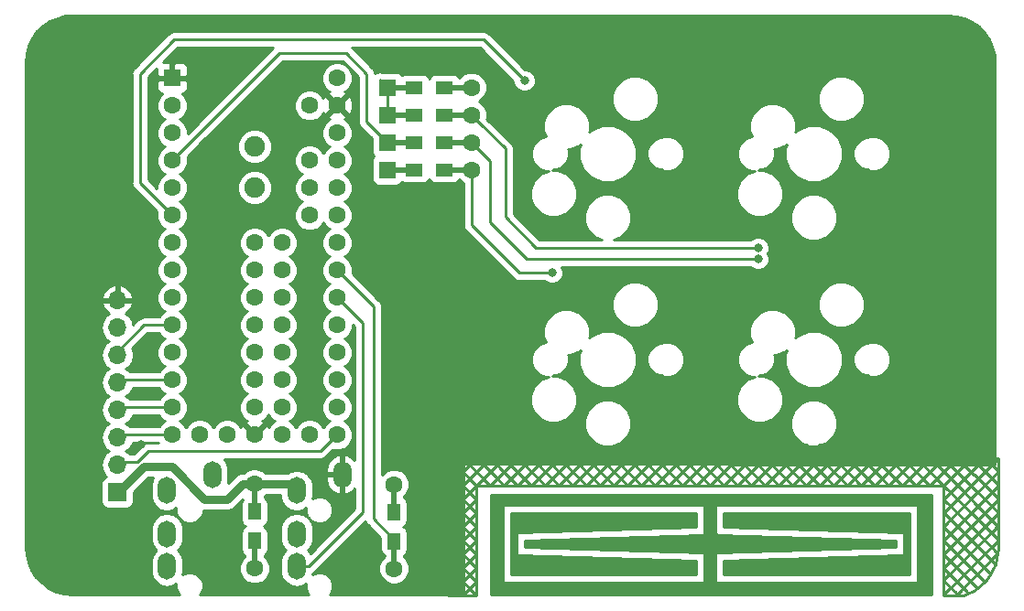
<source format=gtl>
G04 #@! TF.GenerationSoftware,KiCad,Pcbnew,(5.0.2)-1*
G04 #@! TF.CreationDate,2019-04-07T10:59:10+09:00*
G04 #@! TF.ProjectId,mitcard,6d697463-6172-4642-9e6b-696361645f70,rev?*
G04 #@! TF.SameCoordinates,Original*
G04 #@! TF.FileFunction,Copper,L1,Top*
G04 #@! TF.FilePolarity,Positive*
%FSLAX46Y46*%
G04 Gerber Fmt 4.6, Leading zero omitted, Abs format (unit mm)*
G04 Created by KiCad (PCBNEW (5.0.2)-1) date 2019/04/07 10:59:10*
%MOMM*%
%LPD*%
G01*
G04 APERTURE LIST*
G04 #@! TA.AperFunction,ComponentPad*
%ADD10C,1.600000*%
G04 #@! TD*
G04 #@! TA.AperFunction,ComponentPad*
%ADD11R,1.600000X1.600000*%
G04 #@! TD*
G04 #@! TA.AperFunction,ComponentPad*
%ADD12C,1.900000*%
G04 #@! TD*
G04 #@! TA.AperFunction,SMDPad,CuDef*
%ADD13R,1.600000X1.200000*%
G04 #@! TD*
G04 #@! TA.AperFunction,Conductor*
%ADD14R,2.900000X0.500000*%
G04 #@! TD*
G04 #@! TA.AperFunction,ComponentPad*
%ADD15O,1.700000X2.500000*%
G04 #@! TD*
G04 #@! TA.AperFunction,SMDPad,CuDef*
%ADD16R,1.200000X1.500000*%
G04 #@! TD*
G04 #@! TA.AperFunction,Conductor*
%ADD17R,0.500000X2.900000*%
G04 #@! TD*
G04 #@! TA.AperFunction,ComponentPad*
%ADD18R,1.700000X1.700000*%
G04 #@! TD*
G04 #@! TA.AperFunction,ComponentPad*
%ADD19O,1.700000X1.700000*%
G04 #@! TD*
G04 #@! TA.AperFunction,ViaPad*
%ADD20C,0.800000*%
G04 #@! TD*
G04 #@! TA.AperFunction,Conductor*
%ADD21C,0.250000*%
G04 #@! TD*
G04 #@! TA.AperFunction,Conductor*
%ADD22C,0.750000*%
G04 #@! TD*
G04 #@! TA.AperFunction,Conductor*
%ADD23C,0.254000*%
G04 #@! TD*
G04 APERTURE END LIST*
D10*
G04 #@! TO.P,U1,17*
G04 #@! TO.N,GND*
X71860000Y-89510000D03*
G04 #@! TO.P,U1,18*
G04 #@! TO.N,Net-(U1-Pad18)*
X74400000Y-89510000D03*
G04 #@! TO.P,U1,19*
G04 #@! TO.N,Net-(U1-Pad19)*
X76940000Y-89510000D03*
G04 #@! TO.P,U1,20*
G04 #@! TO.N,SCK*
X79480000Y-89510000D03*
G04 #@! TO.P,U1,16*
G04 #@! TO.N,/3.3V*
X69320000Y-89510000D03*
G04 #@! TO.P,U1,15*
G04 #@! TO.N,Net-(U1-Pad15)*
X66780000Y-89510000D03*
G04 #@! TO.P,U1,14*
G04 #@! TO.N,MISO*
X64240000Y-89510000D03*
G04 #@! TO.P,U1,21*
G04 #@! TO.N,Net-(U1-Pad21)*
X79480000Y-86970000D03*
G04 #@! TO.P,U1,22*
G04 #@! TO.N,Net-(U1-Pad22)*
X79480000Y-84430000D03*
G04 #@! TO.P,U1,23*
G04 #@! TO.N,Net-(U1-Pad23)*
X79480000Y-81890000D03*
G04 #@! TO.P,U1,24*
G04 #@! TO.N,Net-(U1-Pad24)*
X79480000Y-79350000D03*
G04 #@! TO.P,U1,25*
G04 #@! TO.N,/SDA*
X79480000Y-76810000D03*
G04 #@! TO.P,U1,26*
G04 #@! TO.N,/SCL*
X79480000Y-74270000D03*
G04 #@! TO.P,U1,27*
G04 #@! TO.N,Net-(U1-Pad27)*
X79480000Y-71730000D03*
G04 #@! TO.P,U1,28*
G04 #@! TO.N,Net-(U1-Pad28)*
X79480000Y-69190000D03*
G04 #@! TO.P,U1,29*
G04 #@! TO.N,Net-(U1-Pad29)*
X79480000Y-66650000D03*
G04 #@! TO.P,U1,30*
G04 #@! TO.N,Net-(U1-Pad30)*
X79480000Y-64110000D03*
G04 #@! TO.P,U1,31*
G04 #@! TO.N,Net-(U1-Pad31)*
X79480000Y-61570000D03*
G04 #@! TO.P,U1,32*
G04 #@! TO.N,GND*
X79480000Y-59030000D03*
G04 #@! TO.P,U1,33*
G04 #@! TO.N,Net-(U1-Pad33)*
X79480000Y-56490000D03*
G04 #@! TO.P,U1,34*
G04 #@! TO.N,Net-(U1-Pad34)*
X76940000Y-59030000D03*
G04 #@! TO.P,U1,35*
G04 #@! TO.N,Net-(U1-Pad35)*
X76940000Y-64110000D03*
G04 #@! TO.P,U1,36*
G04 #@! TO.N,Net-(U1-Pad36)*
X76940000Y-66650000D03*
G04 #@! TO.P,U1,37*
G04 #@! TO.N,Net-(U1-Pad37)*
X76940000Y-69190000D03*
G04 #@! TO.P,U1,13*
G04 #@! TO.N,MOSI*
X64240000Y-86970000D03*
G04 #@! TO.P,U1,12*
G04 #@! TO.N,CS*
X64240000Y-84430000D03*
G04 #@! TO.P,U1,11*
G04 #@! TO.N,/INT*
X64240000Y-81890000D03*
G04 #@! TO.P,U1,10*
G04 #@! TO.N,TX*
X64240000Y-79350000D03*
G04 #@! TO.P,U1,9*
G04 #@! TO.N,RX*
X64240000Y-76810000D03*
G04 #@! TO.P,U1,8*
G04 #@! TO.N,Net-(U1-Pad8)*
X64240000Y-74270000D03*
G04 #@! TO.P,U1,7*
G04 #@! TO.N,col1*
X64240000Y-71730000D03*
G04 #@! TO.P,U1,6*
G04 #@! TO.N,col0*
X64240000Y-69190000D03*
G04 #@! TO.P,U1,5*
G04 #@! TO.N,row0*
X64240000Y-66650000D03*
G04 #@! TO.P,U1,4*
G04 #@! TO.N,row1*
X64240000Y-64110000D03*
G04 #@! TO.P,U1,3*
G04 #@! TO.N,Net-(U1-Pad3)*
X64240000Y-61570000D03*
G04 #@! TO.P,U1,2*
G04 #@! TO.N,Net-(U1-Pad2)*
X64240000Y-59030000D03*
D11*
G04 #@! TO.P,U1,1*
G04 #@! TO.N,GND*
X64240000Y-56490000D03*
D10*
G04 #@! TO.P,U1,38*
G04 #@! TO.N,Net-(U1-Pad38)*
X71860000Y-71730000D03*
G04 #@! TO.P,U1,39*
G04 #@! TO.N,Net-(U1-Pad39)*
X71860000Y-74270000D03*
G04 #@! TO.P,U1,40*
G04 #@! TO.N,N/C*
X71860000Y-76810000D03*
G04 #@! TO.P,U1,41*
X71860000Y-79350000D03*
G04 #@! TO.P,U1,42*
X71860000Y-81890000D03*
G04 #@! TO.P,U1,43*
X71860000Y-84430000D03*
G04 #@! TO.P,U1,44*
X71860000Y-86970000D03*
G04 #@! TO.P,U1,45*
X74400000Y-86970000D03*
G04 #@! TO.P,U1,46*
X74400000Y-84430000D03*
G04 #@! TO.P,U1,47*
X74400000Y-81890000D03*
G04 #@! TO.P,U1,48*
X74400000Y-79350000D03*
G04 #@! TO.P,U1,49*
X74400000Y-76810000D03*
G04 #@! TO.P,U1,50*
X74400000Y-74270000D03*
G04 #@! TO.P,U1,51*
X74400000Y-71730000D03*
D12*
G04 #@! TO.P,U1,52*
X71860000Y-66650000D03*
X71860000Y-62840000D03*
G04 #@! TD*
D13*
G04 #@! TO.P,D1,1*
G04 #@! TO.N,row0*
X86615000Y-57375000D03*
G04 #@! TO.P,D1,2*
G04 #@! TO.N,Net-(D1-Pad2)*
X89415000Y-57375000D03*
D10*
X91915000Y-57375000D03*
D11*
G04 #@! TO.P,D1,1*
G04 #@! TO.N,row0*
X84115000Y-57375000D03*
D14*
G04 #@! TD*
G04 #@! TO.N,Net-(D1-Pad2)*
G04 #@! TO.C,D1*
X90515000Y-57375000D03*
G04 #@! TO.N,row0*
G04 #@! TO.C,D1*
X85515000Y-57375000D03*
G04 #@! TD*
D13*
G04 #@! TO.P,D2,1*
G04 #@! TO.N,row1*
X86615000Y-64995000D03*
G04 #@! TO.P,D2,2*
G04 #@! TO.N,Net-(D2-Pad2)*
X89415000Y-64995000D03*
D10*
X91915000Y-64995000D03*
D11*
G04 #@! TO.P,D2,1*
G04 #@! TO.N,row1*
X84115000Y-64995000D03*
D14*
G04 #@! TD*
G04 #@! TO.N,Net-(D2-Pad2)*
G04 #@! TO.C,D2*
X90515000Y-64995000D03*
G04 #@! TO.N,row1*
G04 #@! TO.C,D2*
X85515000Y-64995000D03*
G04 #@! TD*
G04 #@! TO.N,row0*
G04 #@! TO.C,D3*
X85515000Y-59915000D03*
G04 #@! TO.N,/col1row0*
X90515000Y-59915000D03*
D11*
G04 #@! TD*
G04 #@! TO.P,D3,1*
G04 #@! TO.N,row0*
X84115000Y-59915000D03*
D10*
G04 #@! TO.P,D3,2*
G04 #@! TO.N,/col1row0*
X91915000Y-59915000D03*
D13*
X89415000Y-59915000D03*
G04 #@! TO.P,D3,1*
G04 #@! TO.N,row0*
X86615000Y-59915000D03*
G04 #@! TD*
D14*
G04 #@! TO.N,row1*
G04 #@! TO.C,D4*
X85515000Y-62455000D03*
G04 #@! TO.N,Net-(D4-Pad2)*
X90515000Y-62455000D03*
D11*
G04 #@! TD*
G04 #@! TO.P,D4,1*
G04 #@! TO.N,row1*
X84115000Y-62455000D03*
D10*
G04 #@! TO.P,D4,2*
G04 #@! TO.N,Net-(D4-Pad2)*
X91915000Y-62455000D03*
D13*
X89415000Y-62455000D03*
G04 #@! TO.P,D4,1*
G04 #@! TO.N,row1*
X86615000Y-62455000D03*
G04 #@! TD*
D15*
G04 #@! TO.P,J1,B*
G04 #@! TO.N,/SDA*
X75760000Y-101700000D03*
G04 #@! TO.P,J1,C*
G04 #@! TO.N,/SCL*
X75760000Y-98700000D03*
G04 #@! TO.P,J1,D*
G04 #@! TO.N,/3.3V*
X75760000Y-94700000D03*
G04 #@! TO.P,J1,A*
G04 #@! TO.N,GND*
X79960000Y-93200000D03*
G04 #@! TD*
G04 #@! TO.P,J2,A*
G04 #@! TO.N,Net-(J2-PadA)*
X67960000Y-93200000D03*
G04 #@! TO.P,J2,D*
G04 #@! TO.N,Net-(J2-PadD)*
X63760000Y-94700000D03*
G04 #@! TO.P,J2,C*
G04 #@! TO.N,/INT*
X63760000Y-98700000D03*
G04 #@! TO.P,J2,B*
G04 #@! TO.N,Net-(J2-PadB)*
X63760000Y-101700000D03*
G04 #@! TD*
D16*
G04 #@! TO.P,R1,1*
G04 #@! TO.N,/3.3V*
X84745000Y-96665000D03*
G04 #@! TO.P,R1,2*
G04 #@! TO.N,/SCL*
X84745000Y-99365000D03*
D10*
X84745000Y-101915000D03*
G04 #@! TO.P,R1,1*
G04 #@! TO.N,/3.3V*
X84745000Y-94115000D03*
D17*
G04 #@! TD*
G04 #@! TO.N,/SCL*
G04 #@! TO.C,R1*
X84745000Y-100515000D03*
G04 #@! TO.N,/3.3V*
G04 #@! TO.C,R1*
X84745000Y-95515000D03*
G04 #@! TD*
G04 #@! TO.N,/3.3V*
G04 #@! TO.C,R2*
X71860000Y-95500000D03*
G04 #@! TO.N,/SDA*
X71860000Y-100500000D03*
D10*
G04 #@! TD*
G04 #@! TO.P,R2,1*
G04 #@! TO.N,/3.3V*
X71860000Y-94100000D03*
G04 #@! TO.P,R2,2*
G04 #@! TO.N,/SDA*
X71860000Y-101900000D03*
D16*
X71860000Y-99350000D03*
G04 #@! TO.P,R2,1*
G04 #@! TO.N,/3.3V*
X71860000Y-96650000D03*
G04 #@! TD*
D18*
G04 #@! TO.P,J3,1*
G04 #@! TO.N,/3.3V*
X59170000Y-94840000D03*
D19*
G04 #@! TO.P,J3,2*
G04 #@! TO.N,SCK*
X59170000Y-92300000D03*
G04 #@! TO.P,J3,3*
G04 #@! TO.N,MISO*
X59170000Y-89760000D03*
G04 #@! TO.P,J3,4*
G04 #@! TO.N,MOSI*
X59170000Y-87220000D03*
G04 #@! TO.P,J3,5*
G04 #@! TO.N,CS*
X59170000Y-84680000D03*
G04 #@! TO.P,J3,6*
G04 #@! TO.N,TX*
X59170000Y-82140000D03*
G04 #@! TO.P,J3,7*
G04 #@! TO.N,RX*
X59170000Y-79600000D03*
G04 #@! TO.P,J3,8*
G04 #@! TO.N,GND*
X59170000Y-77060000D03*
G04 #@! TD*
D20*
G04 #@! TO.N,Net-(D2-Pad2)*
X99350000Y-74520000D03*
G04 #@! TO.N,Net-(D4-Pad2)*
X118400000Y-73250010D03*
G04 #@! TO.N,GND*
X61345000Y-82140000D03*
X61345000Y-88490000D03*
X61345000Y-90395000D03*
X61345000Y-85949998D03*
X85380000Y-78965000D03*
X68235000Y-99285000D03*
X97625000Y-84045000D03*
X97625000Y-64995000D03*
X116675000Y-84045000D03*
X116675000Y-64995000D03*
G04 #@! TO.N,col0*
X96810000Y-56740000D03*
G04 #@! TO.N,Net-(U1-Pad23)*
X94250000Y-100510000D03*
G04 #@! TO.N,Net-(U1-Pad29)*
X96175000Y-97380000D03*
G04 #@! TO.N,Net-(U1-Pad30)*
X116495000Y-97380000D03*
G04 #@! TO.N,/col1row0*
X118400000Y-72249975D03*
G04 #@! TD*
D21*
G04 #@! TO.N,Net-(D1-Pad2)*
X90645000Y-57375000D02*
X91190000Y-57375000D01*
G04 #@! TO.N,row0*
X83440000Y-56662999D02*
X83440000Y-56752999D01*
X83440000Y-56662999D02*
X83440000Y-56752999D01*
X84115000Y-57375000D02*
X84115000Y-59915000D01*
G04 #@! TO.N,Net-(D2-Pad2)*
X96355000Y-74520000D02*
X99350000Y-74520000D01*
X91915000Y-64995000D02*
X91915000Y-70080000D01*
X91915000Y-70080000D02*
X96355000Y-74520000D01*
G04 #@! TO.N,row1*
X84110000Y-62455000D02*
X84115000Y-62455000D01*
X82205000Y-60550000D02*
X84110000Y-62455000D01*
X82205000Y-56105000D02*
X82205000Y-60550000D01*
X80300000Y-54200000D02*
X82205000Y-56105000D01*
X64240000Y-64110000D02*
X74150000Y-54200000D01*
X74150000Y-54200000D02*
X80300000Y-54200000D01*
G04 #@! TO.N,Net-(D4-Pad2)*
X117834315Y-73250010D02*
X118400000Y-73250010D01*
X96990010Y-73250010D02*
X117834315Y-73250010D01*
X93635000Y-69895000D02*
X96990010Y-73250010D01*
X91915000Y-62455000D02*
X93635000Y-64175000D01*
X93635000Y-64175000D02*
X93635000Y-69895000D01*
G04 #@! TO.N,/SDA*
X81860000Y-79190000D02*
X79480000Y-76810000D01*
X75560000Y-101900000D02*
X75760000Y-101700000D01*
X81860000Y-96700000D02*
X81860000Y-94500000D01*
X76860000Y-101700000D02*
X81860000Y-96700000D01*
X75760000Y-101700000D02*
X76860000Y-101700000D01*
X81860000Y-95200000D02*
X81860000Y-94500000D01*
X81860000Y-94500000D02*
X81860000Y-79190000D01*
G04 #@! TO.N,/SCL*
X84745000Y-101915000D02*
X84745000Y-99920000D01*
X84745000Y-99215000D02*
X84745000Y-99365000D01*
X82840000Y-97310000D02*
X84745000Y-99215000D01*
X79480000Y-74270000D02*
X82840000Y-77630000D01*
X82840000Y-77630000D02*
X82840000Y-97310000D01*
D22*
G04 #@! TO.N,/3.3V*
X71860000Y-94100000D02*
X75160000Y-94100000D01*
X70728630Y-94100000D02*
X71860000Y-94100000D01*
X59270000Y-94840000D02*
X61610000Y-92500000D01*
X59170000Y-94840000D02*
X59270000Y-94840000D01*
X61610000Y-92500000D02*
X64233500Y-92500000D01*
X64233500Y-92500000D02*
X67233500Y-95500000D01*
X67233500Y-95500000D02*
X69328630Y-95500000D01*
X69328630Y-95500000D02*
X70728630Y-94100000D01*
D21*
G04 #@! TO.N,GND*
X97445000Y-94205000D02*
X99350000Y-92300000D01*
X99350000Y-92300000D02*
X101255000Y-94205000D01*
X101255000Y-94205000D02*
X103160000Y-92300000D01*
X103160000Y-92300000D02*
X105065000Y-94205000D01*
X105065000Y-94205000D02*
X106970000Y-92300000D01*
X106970000Y-92300000D02*
X108875000Y-94205000D01*
X108875000Y-94205000D02*
X110780000Y-92300000D01*
X91730000Y-89760000D02*
X94905000Y-92935000D01*
X94905000Y-92935000D02*
X94270000Y-93570000D01*
X94270000Y-93570000D02*
X90460000Y-89760000D01*
X94905000Y-91665000D02*
X97445000Y-94205000D01*
X93000000Y-89760000D02*
X94905000Y-91665000D01*
X89190000Y-89760000D02*
X93635000Y-94205000D01*
X89190000Y-89760000D02*
X89825000Y-89125000D01*
X89825000Y-89125000D02*
X90460000Y-89760000D01*
X90460000Y-89760000D02*
X91095000Y-89125000D01*
X91095000Y-89125000D02*
X91730000Y-89760000D01*
X91730000Y-89760000D02*
X92365000Y-89125000D01*
X92365000Y-89125000D02*
X93000000Y-89760000D01*
X94270000Y-93570000D02*
X94905000Y-94205000D01*
X94905000Y-94205000D02*
X96810000Y-92300000D01*
X96810000Y-92300000D02*
X98715000Y-94205000D01*
X98715000Y-94205000D02*
X100620000Y-92300000D01*
X100620000Y-92300000D02*
X102525000Y-94205000D01*
X102525000Y-94205000D02*
X104430000Y-92300000D01*
X104430000Y-92300000D02*
X106335000Y-94205000D01*
X106335000Y-94205000D02*
X108240000Y-92300000D01*
X108240000Y-92300000D02*
X110145000Y-94205000D01*
X110145000Y-94205000D02*
X112050000Y-92300000D01*
X112050000Y-92300000D02*
X113955000Y-94205000D01*
X113955000Y-94205000D02*
X115860000Y-92300000D01*
X115860000Y-92300000D02*
X117765000Y-94205000D01*
X117765000Y-94205000D02*
X119670000Y-92300000D01*
X119670000Y-92300000D02*
X121575000Y-94205000D01*
X126655000Y-89125000D02*
X131735000Y-94205000D01*
X131735000Y-94205000D02*
X136815000Y-89125000D01*
X136815000Y-89125000D02*
X138720000Y-91030000D01*
X127925000Y-94205000D02*
X124750000Y-91030000D01*
X122845000Y-94205000D02*
X127925000Y-89125000D01*
X133005000Y-94205000D02*
X138085000Y-89125000D01*
X128560000Y-89760000D02*
X133005000Y-94205000D01*
X138720000Y-89760000D02*
X134275000Y-94205000D01*
X138085000Y-89125000D02*
X138720000Y-89760000D01*
X119035000Y-94205000D02*
X117130000Y-92300000D01*
X117130000Y-92300000D02*
X115225000Y-94205000D01*
X115225000Y-94205000D02*
X113320000Y-92300000D01*
X113320000Y-92300000D02*
X111415000Y-94205000D01*
X111415000Y-94205000D02*
X109510000Y-92300000D01*
X109510000Y-92300000D02*
X107605000Y-94205000D01*
X107605000Y-94205000D02*
X105700000Y-92300000D01*
X105700000Y-92300000D02*
X103795000Y-94205000D01*
X103795000Y-94205000D02*
X101890000Y-92300000D01*
X101890000Y-92300000D02*
X99985000Y-94205000D01*
X99985000Y-94205000D02*
X98080000Y-92300000D01*
X98080000Y-92300000D02*
X96175000Y-94205000D01*
X96175000Y-94205000D02*
X94905000Y-92935000D01*
X110780000Y-92300000D02*
X112685000Y-94205000D01*
X112685000Y-94205000D02*
X114590000Y-92300000D01*
X114590000Y-92300000D02*
X116495000Y-94205000D01*
X116495000Y-94205000D02*
X118400000Y-92300000D01*
X118400000Y-92300000D02*
X120305000Y-94205000D01*
X120305000Y-94205000D02*
X122845000Y-91665000D01*
X122210000Y-91030000D02*
X121575000Y-91665000D01*
X120940000Y-92300000D02*
X122845000Y-94205000D01*
X120940000Y-92300000D02*
X119035000Y-94205000D01*
X121575000Y-91665000D02*
X120940000Y-92300000D01*
X124115000Y-91665000D02*
X126020000Y-93570000D01*
X126020000Y-93570000D02*
X125385000Y-94205000D01*
X124115000Y-91665000D02*
X124750000Y-91030000D01*
X121575000Y-94205000D02*
X124115000Y-91665000D01*
X126020000Y-89760000D02*
X129830000Y-93570000D01*
X126020000Y-89760000D02*
X126655000Y-89125000D01*
X124750000Y-91030000D02*
X126020000Y-89760000D01*
X129830000Y-89760000D02*
X134275000Y-94205000D01*
X129830000Y-89760000D02*
X126020000Y-93570000D01*
X130465000Y-89125000D02*
X129830000Y-89760000D01*
X131100000Y-89760000D02*
X127290000Y-93570000D01*
X131100000Y-89760000D02*
X130465000Y-89125000D01*
X135545000Y-94205000D02*
X131100000Y-89760000D01*
X128560000Y-89760000D02*
X124750000Y-93570000D01*
X124750000Y-93570000D02*
X122210000Y-91030000D01*
X125385000Y-94205000D02*
X124750000Y-93570000D01*
X127925000Y-89125000D02*
X128560000Y-89760000D01*
X132370000Y-89760000D02*
X137450000Y-94840000D01*
X132370000Y-89760000D02*
X127925000Y-94205000D01*
X128560000Y-89760000D02*
X129195000Y-89125000D01*
X129195000Y-89125000D02*
X129830000Y-89760000D01*
X131100000Y-89760000D02*
X131735000Y-89125000D01*
X131735000Y-89125000D02*
X132370000Y-89760000D01*
X122845000Y-91665000D02*
X123480000Y-91030000D01*
X123480000Y-91030000D02*
X124115000Y-91665000D01*
X120940000Y-92300000D02*
X119670000Y-91030000D01*
X119670000Y-91030000D02*
X120305000Y-90395000D01*
X120305000Y-90395000D02*
X121575000Y-91665000D01*
X119670000Y-92300000D02*
X121575000Y-90395000D01*
X121575000Y-90395000D02*
X122210000Y-91030000D01*
X122210000Y-91030000D02*
X122845000Y-90395000D01*
X122845000Y-90395000D02*
X123480000Y-91030000D01*
X123480000Y-91030000D02*
X124115000Y-90395000D01*
X124115000Y-90395000D02*
X124750000Y-91030000D01*
X129195000Y-94205000D02*
X125385000Y-90395000D01*
X134275000Y-89125000D02*
X129195000Y-94205000D01*
X124115000Y-94205000D02*
X124750000Y-93570000D01*
X121575000Y-91665000D02*
X124115000Y-94205000D01*
X126020000Y-93570000D02*
X126655000Y-94205000D01*
X126655000Y-94205000D02*
X127290000Y-93570000D01*
X129830000Y-93570000D02*
X130465000Y-94205000D01*
X130465000Y-94205000D02*
X130781795Y-93888205D01*
X130781795Y-93888205D02*
X131100000Y-93570000D01*
X87920000Y-93570000D02*
X92365000Y-98015000D01*
X91730000Y-89760000D02*
X87920000Y-93570000D01*
X92365000Y-98015000D02*
X87920000Y-102460000D01*
X88555000Y-103095000D02*
X92365000Y-99285000D01*
X87920000Y-102460000D02*
X88555000Y-103095000D01*
X87920000Y-94840000D02*
X93000000Y-89760000D01*
X92365000Y-99285000D02*
X87920000Y-94840000D01*
X88555000Y-103095000D02*
X89190000Y-103730000D01*
X89190000Y-103730000D02*
X92365000Y-100555000D01*
X87920000Y-96110000D02*
X93635000Y-90395000D01*
X92365000Y-100555000D02*
X87920000Y-96110000D01*
X87920000Y-102460000D02*
X89825000Y-104365000D01*
X89825000Y-104365000D02*
X92365000Y-101825000D01*
X87920000Y-92300000D02*
X90460000Y-89760000D01*
X92365000Y-96745000D02*
X87920000Y-92300000D01*
X87920000Y-97380000D02*
X92365000Y-101825000D01*
X94270000Y-91030000D02*
X87920000Y-97380000D01*
X91095000Y-104365000D02*
X87920000Y-101190000D01*
X87920000Y-101190000D02*
X92365000Y-96745000D01*
X94270000Y-92300000D02*
X94905000Y-91665000D01*
X87920000Y-98650000D02*
X94270000Y-92300000D01*
X92365000Y-103095000D02*
X87920000Y-98650000D01*
X91095000Y-104365000D02*
X92365000Y-103095000D01*
X88555000Y-89125000D02*
X89190000Y-89760000D01*
X87920000Y-89760000D02*
X88555000Y-89125000D01*
X88555000Y-90395000D02*
X87920000Y-89760000D01*
X95540000Y-92300000D02*
X93635000Y-94205000D01*
X92365000Y-94205000D02*
X87920000Y-89760000D01*
X87920000Y-91030000D02*
X89190000Y-89760000D01*
X92365000Y-95475000D02*
X87920000Y-91030000D01*
X87920000Y-99920000D02*
X92365000Y-95475000D01*
X89825000Y-104365000D02*
X92365000Y-104365000D01*
X92365000Y-104365000D02*
X87920000Y-99920000D01*
X92365000Y-104365000D02*
X92365000Y-94205000D01*
X92365000Y-94205000D02*
X135545000Y-94205000D01*
X135545000Y-94205000D02*
X135545000Y-96600000D01*
X135545000Y-103030000D02*
X135545000Y-102985000D01*
X135545000Y-103030000D02*
X135545000Y-104365000D01*
X135545000Y-96600000D02*
X135545000Y-103030000D01*
X135545000Y-102985000D02*
X140599990Y-97930010D01*
X138299234Y-103982384D02*
X138757168Y-103661736D01*
X137572766Y-104321141D02*
X138299234Y-103982384D01*
X137409081Y-104365000D02*
X137572766Y-104321141D01*
X130781795Y-93888205D02*
X135545000Y-89125000D01*
X137750000Y-104030000D02*
X137750000Y-104080000D01*
X135545000Y-101825000D02*
X137750000Y-104030000D01*
X138670000Y-103680000D02*
X138670000Y-103722772D01*
X135545000Y-100555000D02*
X138670000Y-103680000D01*
X139270000Y-103010000D02*
X139270000Y-103180000D01*
X135545000Y-99285000D02*
X139270000Y-103010000D01*
X138860896Y-103589104D02*
X139270000Y-103180000D01*
X138731082Y-103680000D02*
X138860896Y-103589104D01*
X138670000Y-103680000D02*
X138731082Y-103680000D01*
X133005000Y-89125000D02*
X132370000Y-89760000D01*
X139870000Y-102450000D02*
X139870000Y-102340000D01*
X139870000Y-102340000D02*
X135545000Y-98015000D01*
X139870000Y-102450000D02*
X139886807Y-102435733D01*
X139522626Y-102955836D02*
X139870000Y-102450000D01*
X139270000Y-103180000D02*
X139298462Y-103180000D01*
X139298462Y-103180000D02*
X139522626Y-102955836D01*
X135545001Y-96702868D02*
X135545000Y-96600000D01*
X140340954Y-101498821D02*
X135545001Y-96702868D01*
X139870000Y-102450000D02*
X140110000Y-101980000D01*
X140110000Y-101980000D02*
X140340954Y-101498821D01*
X138460000Y-98390000D02*
X140550938Y-100480936D01*
X138460000Y-98390000D02*
X138720000Y-98650000D01*
X135545000Y-95475000D02*
X138460000Y-98390000D01*
X136695978Y-104365000D02*
X136680000Y-104365000D01*
X140550938Y-100510040D02*
X136695978Y-104365000D01*
X140550938Y-100480936D02*
X140550938Y-100510040D01*
X135545000Y-104365000D02*
X136680000Y-104365000D01*
X136680000Y-104365000D02*
X137409081Y-104365000D01*
X135545000Y-104365000D02*
X135545000Y-104355000D01*
X135545000Y-104355000D02*
X140590000Y-99310000D01*
X136680000Y-104180000D02*
X136680000Y-104365000D01*
X135545000Y-103030000D02*
X135545000Y-103045000D01*
X135545000Y-103045000D02*
X136680000Y-104180000D01*
X140480000Y-100950000D02*
X140550938Y-100510040D01*
X140340954Y-101498821D02*
X140480000Y-100950000D01*
X138500000Y-98870000D02*
X140600000Y-96770000D01*
X138500000Y-98870000D02*
X135545000Y-101825000D01*
X138720000Y-98650000D02*
X138500000Y-98870000D01*
X138410000Y-97070000D02*
X138720000Y-97380000D01*
X135545000Y-94205000D02*
X138410000Y-97070000D01*
X140554118Y-100506860D02*
X140550938Y-100510040D01*
X140599990Y-99982538D02*
X140554118Y-100506860D01*
X140599990Y-99249990D02*
X140599990Y-99982538D01*
X138410000Y-97070000D02*
X138420000Y-97070000D01*
X138420000Y-97070000D02*
X140599990Y-99249990D01*
X138410000Y-97690000D02*
X135545000Y-100555000D01*
X138720000Y-97380000D02*
X138410000Y-97690000D01*
X138410000Y-97680000D02*
X140599990Y-95490010D01*
X138410000Y-97690000D02*
X138410000Y-97680000D01*
X138530000Y-95920000D02*
X138720000Y-96110000D01*
X137450000Y-94840000D02*
X138530000Y-95920000D01*
X140599990Y-97930010D02*
X140597462Y-98040000D01*
X140570000Y-97960000D02*
X140290000Y-98240000D01*
X138530000Y-95920000D02*
X140570000Y-97960000D01*
X137800000Y-94490000D02*
X137800000Y-94500000D01*
X137450000Y-94840000D02*
X137800000Y-94490000D01*
X137800000Y-94500000D02*
X135680000Y-96620000D01*
X138440000Y-94560000D02*
X133005000Y-89125000D01*
X138720000Y-94840000D02*
X138440000Y-94560000D01*
X140550000Y-96720000D02*
X140550000Y-96640000D01*
X140600000Y-96770000D02*
X140550000Y-96720000D01*
X138440000Y-94560000D02*
X140600000Y-96720000D01*
X140600000Y-96720000D02*
X140600000Y-96770000D01*
X138410000Y-96420000D02*
X135545000Y-99285000D01*
X138720000Y-96110000D02*
X138410000Y-96420000D01*
X138370000Y-93220000D02*
X134275000Y-89125000D01*
X138720000Y-93570000D02*
X138370000Y-93220000D01*
X140597462Y-98040000D02*
X140581149Y-98750000D01*
X140599990Y-98731159D02*
X140581149Y-98750000D01*
X140599990Y-95429990D02*
X140599990Y-98731159D01*
X138370000Y-93220000D02*
X138390000Y-93220000D01*
X138390000Y-93220000D02*
X140599990Y-95429990D01*
X140580000Y-99230000D02*
X140599990Y-99249990D01*
X140581149Y-98750000D02*
X140580000Y-98800000D01*
X140580000Y-98800000D02*
X140580000Y-99230000D01*
X138520000Y-95040000D02*
X138530000Y-95040000D01*
X138520000Y-95040000D02*
X138720000Y-94840000D01*
X135545000Y-98015000D02*
X138520000Y-95040000D01*
X138530000Y-95040000D02*
X140599990Y-92970010D01*
X138210000Y-94080000D02*
X138220000Y-94080000D01*
X138210000Y-94080000D02*
X138720000Y-93570000D01*
X137800000Y-94490000D02*
X138210000Y-94080000D01*
X138220000Y-94080000D02*
X140599990Y-91700010D01*
X140599990Y-92909990D02*
X140599990Y-92970010D01*
X138720000Y-91030000D02*
X140599990Y-92909990D01*
X138460000Y-92040000D02*
X138720000Y-92300000D01*
X135545000Y-89125000D02*
X138460000Y-92040000D01*
X138420000Y-96420000D02*
X138410000Y-96420000D01*
X140599990Y-94240010D02*
X138420000Y-96420000D01*
X140599990Y-94169990D02*
X140599990Y-94240010D01*
X138460000Y-92040000D02*
X138470000Y-92040000D01*
X138470000Y-92040000D02*
X140599990Y-94169990D01*
X140599990Y-95429990D02*
X140599990Y-91700010D01*
X138090000Y-91660000D02*
X135545000Y-94205000D01*
X138720000Y-91030000D02*
X138090000Y-91660000D01*
X139360000Y-91660000D02*
X138550000Y-92470000D01*
X138090000Y-91660000D02*
X139360000Y-91660000D01*
X138720000Y-92300000D02*
X138550000Y-92470000D01*
X138550000Y-92470000D02*
X135545000Y-95475000D01*
X140559980Y-91660000D02*
X140599990Y-91700010D01*
X139360000Y-91660000D02*
X140559980Y-91660000D01*
G04 #@! TO.N,col0*
X64240000Y-69190000D02*
X61250000Y-66200000D01*
X61250000Y-66200000D02*
X61250000Y-56105000D01*
X61250000Y-56105000D02*
X64425000Y-52930000D01*
X64425000Y-52930000D02*
X92365000Y-52930000D01*
X92365000Y-52930000D02*
X93000000Y-52930000D01*
X93000000Y-52930000D02*
X96810000Y-56740000D01*
G04 #@! TO.N,/col1row0*
X92714999Y-60714999D02*
X91915000Y-59915000D01*
X95032000Y-63032000D02*
X92714999Y-60714999D01*
X95032000Y-69387000D02*
X95032000Y-63032000D01*
X118400000Y-72249975D02*
X97894975Y-72249975D01*
X97894975Y-72249975D02*
X95032000Y-69387000D01*
G04 #@! TO.N,SCK*
X61010000Y-92000000D02*
X59170000Y-92000000D01*
X62010000Y-91000000D02*
X61010000Y-92000000D01*
X77960000Y-91000000D02*
X62010000Y-91000000D01*
X78650001Y-90309999D02*
X77960000Y-91000000D01*
X79480000Y-89510000D02*
X78680001Y-90309999D01*
X78680001Y-90309999D02*
X78650001Y-90309999D01*
G04 #@! TO.N,MISO*
X64190000Y-89460000D02*
X64240000Y-89510000D01*
X59170000Y-89460000D02*
X64190000Y-89460000D01*
G04 #@! TO.N,MOSI*
X64190000Y-86920000D02*
X64240000Y-86970000D01*
X59170000Y-86920000D02*
X64190000Y-86920000D01*
G04 #@! TO.N,CS*
X64190000Y-84380000D02*
X64240000Y-84430000D01*
X59170000Y-84380000D02*
X64190000Y-84380000D01*
G04 #@! TO.N,TX*
X61660000Y-79350000D02*
X64240000Y-79350000D01*
X59170000Y-81840000D02*
X61660000Y-79350000D01*
G04 #@! TD*
D23*
G04 #@! TO.N,Net-(U1-Pad29)*
G36*
X112685000Y-98018819D02*
X96171124Y-98523059D01*
X96122841Y-98534205D01*
X96082498Y-98562980D01*
X96056239Y-98605003D01*
X96048000Y-98650000D01*
X96048000Y-100555000D01*
X96057667Y-100603601D01*
X96085197Y-100644803D01*
X96126399Y-100672333D01*
X96171124Y-100681941D01*
X112685000Y-101186181D01*
X112685000Y-102460000D01*
X95540000Y-102460000D01*
X95540000Y-96745000D01*
X112685000Y-96745000D01*
X112685000Y-98018819D01*
X112685000Y-98018819D01*
G37*
X112685000Y-98018819D02*
X96171124Y-98523059D01*
X96122841Y-98534205D01*
X96082498Y-98562980D01*
X96056239Y-98605003D01*
X96048000Y-98650000D01*
X96048000Y-100555000D01*
X96057667Y-100603601D01*
X96085197Y-100644803D01*
X96126399Y-100672333D01*
X96171124Y-100681941D01*
X112685000Y-101186181D01*
X112685000Y-102460000D01*
X95540000Y-102460000D01*
X95540000Y-96745000D01*
X112685000Y-96745000D01*
X112685000Y-98018819D01*
G04 #@! TO.N,Net-(U1-Pad30)*
G36*
X132370000Y-102460000D02*
X115225000Y-102460000D01*
X115225000Y-101186181D01*
X131738876Y-100681941D01*
X131787159Y-100670795D01*
X131827502Y-100642020D01*
X131853761Y-100599997D01*
X131862000Y-100555000D01*
X131862000Y-98650000D01*
X131852333Y-98601399D01*
X131824803Y-98560197D01*
X131783601Y-98532667D01*
X131738876Y-98523059D01*
X115225000Y-98018819D01*
X115225000Y-96745000D01*
X132370000Y-96745000D01*
X132370000Y-102460000D01*
X132370000Y-102460000D01*
G37*
X132370000Y-102460000D02*
X115225000Y-102460000D01*
X115225000Y-101186181D01*
X131738876Y-100681941D01*
X131787159Y-100670795D01*
X131827502Y-100642020D01*
X131853761Y-100599997D01*
X131862000Y-100555000D01*
X131862000Y-98650000D01*
X131852333Y-98601399D01*
X131824803Y-98560197D01*
X131783601Y-98532667D01*
X131738876Y-98523059D01*
X115225000Y-98018819D01*
X115225000Y-96745000D01*
X132370000Y-96745000D01*
X132370000Y-102460000D01*
G04 #@! TO.N,Net-(U1-Pad23)*
G36*
X134423000Y-104290000D02*
X93677000Y-104290000D01*
X93677000Y-96110000D01*
X94778000Y-96110000D01*
X94778000Y-103095000D01*
X94787667Y-103143601D01*
X94815197Y-103184803D01*
X94856399Y-103212333D01*
X94905000Y-103222000D01*
X113320000Y-103222000D01*
X113368601Y-103212333D01*
X113409803Y-103184803D01*
X113437333Y-103143601D01*
X113447000Y-103095000D01*
X113447000Y-100555000D01*
X113437333Y-100506399D01*
X113409803Y-100465197D01*
X113368601Y-100437667D01*
X113323876Y-100428059D01*
X96810000Y-99923819D01*
X96810000Y-99281181D01*
X113323876Y-98776941D01*
X113372159Y-98765795D01*
X113412502Y-98737020D01*
X113438761Y-98694997D01*
X113447000Y-98650000D01*
X113447000Y-96110000D01*
X114463000Y-96110000D01*
X114463000Y-98650000D01*
X114472667Y-98698601D01*
X114500197Y-98739803D01*
X114541399Y-98767333D01*
X114586124Y-98776941D01*
X131100000Y-99281181D01*
X131100000Y-99923819D01*
X114586124Y-100428059D01*
X114537841Y-100439205D01*
X114497498Y-100467980D01*
X114471239Y-100510003D01*
X114463000Y-100555000D01*
X114463000Y-103095000D01*
X114472667Y-103143601D01*
X114500197Y-103184803D01*
X114541399Y-103212333D01*
X114590000Y-103222000D01*
X133005000Y-103222000D01*
X133053601Y-103212333D01*
X133094803Y-103184803D01*
X133122333Y-103143601D01*
X133132000Y-103095000D01*
X133132000Y-96110000D01*
X133122333Y-96061399D01*
X133094803Y-96020197D01*
X133053601Y-95992667D01*
X133005000Y-95983000D01*
X114590000Y-95983000D01*
X114541399Y-95992667D01*
X114500197Y-96020197D01*
X114472667Y-96061399D01*
X114463000Y-96110000D01*
X113447000Y-96110000D01*
X113437333Y-96061399D01*
X113409803Y-96020197D01*
X113368601Y-95992667D01*
X113320000Y-95983000D01*
X94905000Y-95983000D01*
X94856399Y-95992667D01*
X94815197Y-96020197D01*
X94787667Y-96061399D01*
X94778000Y-96110000D01*
X93677000Y-96110000D01*
X93677000Y-95127000D01*
X134423000Y-95127000D01*
X134423000Y-104290000D01*
X134423000Y-104290000D01*
G37*
X134423000Y-104290000D02*
X93677000Y-104290000D01*
X93677000Y-96110000D01*
X94778000Y-96110000D01*
X94778000Y-103095000D01*
X94787667Y-103143601D01*
X94815197Y-103184803D01*
X94856399Y-103212333D01*
X94905000Y-103222000D01*
X113320000Y-103222000D01*
X113368601Y-103212333D01*
X113409803Y-103184803D01*
X113437333Y-103143601D01*
X113447000Y-103095000D01*
X113447000Y-100555000D01*
X113437333Y-100506399D01*
X113409803Y-100465197D01*
X113368601Y-100437667D01*
X113323876Y-100428059D01*
X96810000Y-99923819D01*
X96810000Y-99281181D01*
X113323876Y-98776941D01*
X113372159Y-98765795D01*
X113412502Y-98737020D01*
X113438761Y-98694997D01*
X113447000Y-98650000D01*
X113447000Y-96110000D01*
X114463000Y-96110000D01*
X114463000Y-98650000D01*
X114472667Y-98698601D01*
X114500197Y-98739803D01*
X114541399Y-98767333D01*
X114586124Y-98776941D01*
X131100000Y-99281181D01*
X131100000Y-99923819D01*
X114586124Y-100428059D01*
X114537841Y-100439205D01*
X114497498Y-100467980D01*
X114471239Y-100510003D01*
X114463000Y-100555000D01*
X114463000Y-103095000D01*
X114472667Y-103143601D01*
X114500197Y-103184803D01*
X114541399Y-103212333D01*
X114590000Y-103222000D01*
X133005000Y-103222000D01*
X133053601Y-103212333D01*
X133094803Y-103184803D01*
X133122333Y-103143601D01*
X133132000Y-103095000D01*
X133132000Y-96110000D01*
X133122333Y-96061399D01*
X133094803Y-96020197D01*
X133053601Y-95992667D01*
X133005000Y-95983000D01*
X114590000Y-95983000D01*
X114541399Y-95992667D01*
X114500197Y-96020197D01*
X114472667Y-96061399D01*
X114463000Y-96110000D01*
X113447000Y-96110000D01*
X113437333Y-96061399D01*
X113409803Y-96020197D01*
X113368601Y-95992667D01*
X113320000Y-95983000D01*
X94905000Y-95983000D01*
X94856399Y-95992667D01*
X94815197Y-96020197D01*
X94787667Y-96061399D01*
X94778000Y-96110000D01*
X93677000Y-96110000D01*
X93677000Y-95127000D01*
X134423000Y-95127000D01*
X134423000Y-104290000D01*
G04 #@! TO.N,GND*
G36*
X136759192Y-50780578D02*
X137494389Y-50981705D01*
X138182351Y-51309846D01*
X138801331Y-51754628D01*
X139331761Y-52301988D01*
X139756884Y-52934639D01*
X140063251Y-53632561D01*
X140242499Y-54379183D01*
X140290001Y-55026044D01*
X140290000Y-92298197D01*
X91275324Y-92173000D01*
X91226699Y-92182544D01*
X91185427Y-92209968D01*
X91157792Y-92251100D01*
X91148000Y-92300000D01*
X91148000Y-104290000D01*
X78816553Y-104290000D01*
X78906982Y-104199571D01*
X79095000Y-103745657D01*
X79095000Y-103254343D01*
X78906982Y-102800429D01*
X78559571Y-102453018D01*
X78105657Y-102265000D01*
X77614343Y-102265000D01*
X77207773Y-102433407D01*
X77219642Y-102373738D01*
X77407929Y-102247929D01*
X77450331Y-102184470D01*
X82108197Y-97526605D01*
X82124097Y-97606537D01*
X82200300Y-97720582D01*
X82292072Y-97857929D01*
X82355528Y-97900329D01*
X83497560Y-99042362D01*
X83497560Y-100115000D01*
X83546843Y-100362765D01*
X83687191Y-100572809D01*
X83847560Y-100679965D01*
X83847560Y-100783044D01*
X83528466Y-101102138D01*
X83310000Y-101629561D01*
X83310000Y-102200439D01*
X83528466Y-102727862D01*
X83932138Y-103131534D01*
X84459561Y-103350000D01*
X85030439Y-103350000D01*
X85557862Y-103131534D01*
X85961534Y-102727862D01*
X86180000Y-102200439D01*
X86180000Y-101629561D01*
X85961534Y-101102138D01*
X85642440Y-100783044D01*
X85642440Y-100679965D01*
X85802809Y-100572809D01*
X85943157Y-100362765D01*
X85992440Y-100115000D01*
X85992440Y-98615000D01*
X85943157Y-98367235D01*
X85802809Y-98157191D01*
X85592765Y-98016843D01*
X85583500Y-98015000D01*
X85592765Y-98013157D01*
X85802809Y-97872809D01*
X85943157Y-97662765D01*
X85992440Y-97415000D01*
X85992440Y-95915000D01*
X85943157Y-95667235D01*
X85802809Y-95457191D01*
X85642440Y-95350035D01*
X85642440Y-95246956D01*
X85961534Y-94927862D01*
X86180000Y-94400439D01*
X86180000Y-93829561D01*
X85961534Y-93302138D01*
X85557862Y-92898466D01*
X85030439Y-92680000D01*
X84459561Y-92680000D01*
X83932138Y-92898466D01*
X83600000Y-93230604D01*
X83600000Y-85825322D01*
X97365000Y-85825322D01*
X97365000Y-86674678D01*
X97690034Y-87459380D01*
X98290620Y-88059966D01*
X99075322Y-88385000D01*
X99924678Y-88385000D01*
X100709380Y-88059966D01*
X100744024Y-88025322D01*
X102365000Y-88025322D01*
X102365000Y-88874678D01*
X102690034Y-89659380D01*
X103290620Y-90259966D01*
X104075322Y-90585000D01*
X104924678Y-90585000D01*
X105709380Y-90259966D01*
X106309966Y-89659380D01*
X106635000Y-88874678D01*
X106635000Y-88025322D01*
X106309966Y-87240620D01*
X105709380Y-86640034D01*
X104924678Y-86315000D01*
X104075322Y-86315000D01*
X103290620Y-86640034D01*
X102690034Y-87240620D01*
X102365000Y-88025322D01*
X100744024Y-88025322D01*
X101309966Y-87459380D01*
X101635000Y-86674678D01*
X101635000Y-85825322D01*
X116415000Y-85825322D01*
X116415000Y-86674678D01*
X116740034Y-87459380D01*
X117340620Y-88059966D01*
X118125322Y-88385000D01*
X118974678Y-88385000D01*
X119759380Y-88059966D01*
X119794024Y-88025322D01*
X121415000Y-88025322D01*
X121415000Y-88874678D01*
X121740034Y-89659380D01*
X122340620Y-90259966D01*
X123125322Y-90585000D01*
X123974678Y-90585000D01*
X124759380Y-90259966D01*
X125359966Y-89659380D01*
X125685000Y-88874678D01*
X125685000Y-88025322D01*
X125359966Y-87240620D01*
X124759380Y-86640034D01*
X123974678Y-86315000D01*
X123125322Y-86315000D01*
X122340620Y-86640034D01*
X121740034Y-87240620D01*
X121415000Y-88025322D01*
X119794024Y-88025322D01*
X120359966Y-87459380D01*
X120685000Y-86674678D01*
X120685000Y-85825322D01*
X120359966Y-85040620D01*
X119759380Y-84440034D01*
X118974678Y-84115000D01*
X118413560Y-84115000D01*
X118606697Y-84035000D01*
X118765385Y-84035000D01*
X119311185Y-83808922D01*
X119728922Y-83391185D01*
X119955000Y-82845385D01*
X119955000Y-82254615D01*
X119909596Y-82145000D01*
X120164678Y-82145000D01*
X120949380Y-81819966D01*
X121036283Y-81733063D01*
X120915000Y-82025866D01*
X120915000Y-83074134D01*
X121316155Y-84042608D01*
X122057392Y-84783845D01*
X123025866Y-85185000D01*
X124074134Y-85185000D01*
X125042608Y-84783845D01*
X125783845Y-84042608D01*
X126185000Y-83074134D01*
X126185000Y-82254615D01*
X127145000Y-82254615D01*
X127145000Y-82845385D01*
X127371078Y-83391185D01*
X127788815Y-83808922D01*
X128334615Y-84035000D01*
X128493303Y-84035000D01*
X128734724Y-84135000D01*
X129365276Y-84135000D01*
X129947830Y-83893698D01*
X130393698Y-83447830D01*
X130635000Y-82865276D01*
X130635000Y-82234724D01*
X130393698Y-81652170D01*
X129947830Y-81206302D01*
X129365276Y-80965000D01*
X128734724Y-80965000D01*
X128493303Y-81065000D01*
X128334615Y-81065000D01*
X127788815Y-81291078D01*
X127371078Y-81708815D01*
X127145000Y-82254615D01*
X126185000Y-82254615D01*
X126185000Y-82025866D01*
X125783845Y-81057392D01*
X125042608Y-80316155D01*
X124074134Y-79915000D01*
X123025866Y-79915000D01*
X122057392Y-80316155D01*
X121829838Y-80543709D01*
X121875000Y-80434678D01*
X121875000Y-79585322D01*
X121549966Y-78800620D01*
X120949380Y-78200034D01*
X120164678Y-77875000D01*
X119315322Y-77875000D01*
X118530620Y-78200034D01*
X117930034Y-78800620D01*
X117605000Y-79585322D01*
X117605000Y-80434678D01*
X117824666Y-80965000D01*
X117734724Y-80965000D01*
X117152170Y-81206302D01*
X116706302Y-81652170D01*
X116465000Y-82234724D01*
X116465000Y-82865276D01*
X116706302Y-83447830D01*
X117152170Y-83893698D01*
X117734724Y-84135000D01*
X118077038Y-84135000D01*
X117340620Y-84440034D01*
X116740034Y-85040620D01*
X116415000Y-85825322D01*
X101635000Y-85825322D01*
X101309966Y-85040620D01*
X100709380Y-84440034D01*
X99924678Y-84115000D01*
X99363560Y-84115000D01*
X99556697Y-84035000D01*
X99715385Y-84035000D01*
X100261185Y-83808922D01*
X100678922Y-83391185D01*
X100905000Y-82845385D01*
X100905000Y-82254615D01*
X100859596Y-82145000D01*
X101114678Y-82145000D01*
X101899380Y-81819966D01*
X101986283Y-81733063D01*
X101865000Y-82025866D01*
X101865000Y-83074134D01*
X102266155Y-84042608D01*
X103007392Y-84783845D01*
X103975866Y-85185000D01*
X105024134Y-85185000D01*
X105992608Y-84783845D01*
X106733845Y-84042608D01*
X107135000Y-83074134D01*
X107135000Y-82254615D01*
X108095000Y-82254615D01*
X108095000Y-82845385D01*
X108321078Y-83391185D01*
X108738815Y-83808922D01*
X109284615Y-84035000D01*
X109443303Y-84035000D01*
X109684724Y-84135000D01*
X110315276Y-84135000D01*
X110897830Y-83893698D01*
X111343698Y-83447830D01*
X111585000Y-82865276D01*
X111585000Y-82234724D01*
X111343698Y-81652170D01*
X110897830Y-81206302D01*
X110315276Y-80965000D01*
X109684724Y-80965000D01*
X109443303Y-81065000D01*
X109284615Y-81065000D01*
X108738815Y-81291078D01*
X108321078Y-81708815D01*
X108095000Y-82254615D01*
X107135000Y-82254615D01*
X107135000Y-82025866D01*
X106733845Y-81057392D01*
X105992608Y-80316155D01*
X105024134Y-79915000D01*
X103975866Y-79915000D01*
X103007392Y-80316155D01*
X102779838Y-80543709D01*
X102825000Y-80434678D01*
X102825000Y-79585322D01*
X102499966Y-78800620D01*
X101899380Y-78200034D01*
X101114678Y-77875000D01*
X100265322Y-77875000D01*
X99480620Y-78200034D01*
X98880034Y-78800620D01*
X98555000Y-79585322D01*
X98555000Y-80434678D01*
X98774666Y-80965000D01*
X98684724Y-80965000D01*
X98102170Y-81206302D01*
X97656302Y-81652170D01*
X97415000Y-82234724D01*
X97415000Y-82865276D01*
X97656302Y-83447830D01*
X98102170Y-83893698D01*
X98684724Y-84135000D01*
X99027038Y-84135000D01*
X98290620Y-84440034D01*
X97690034Y-85040620D01*
X97365000Y-85825322D01*
X83600000Y-85825322D01*
X83600000Y-77704848D01*
X83614888Y-77630000D01*
X83600000Y-77555152D01*
X83600000Y-77555148D01*
X83555904Y-77333463D01*
X83387929Y-77082071D01*
X83332931Y-77045322D01*
X104905000Y-77045322D01*
X104905000Y-77894678D01*
X105230034Y-78679380D01*
X105830620Y-79279966D01*
X106615322Y-79605000D01*
X107464678Y-79605000D01*
X108249380Y-79279966D01*
X108849966Y-78679380D01*
X109175000Y-77894678D01*
X109175000Y-77045322D01*
X123955000Y-77045322D01*
X123955000Y-77894678D01*
X124280034Y-78679380D01*
X124880620Y-79279966D01*
X125665322Y-79605000D01*
X126514678Y-79605000D01*
X127299380Y-79279966D01*
X127899966Y-78679380D01*
X128225000Y-77894678D01*
X128225000Y-77045322D01*
X127899966Y-76260620D01*
X127299380Y-75660034D01*
X126514678Y-75335000D01*
X125665322Y-75335000D01*
X124880620Y-75660034D01*
X124280034Y-76260620D01*
X123955000Y-77045322D01*
X109175000Y-77045322D01*
X108849966Y-76260620D01*
X108249380Y-75660034D01*
X107464678Y-75335000D01*
X106615322Y-75335000D01*
X105830620Y-75660034D01*
X105230034Y-76260620D01*
X104905000Y-77045322D01*
X83332931Y-77045322D01*
X83324473Y-77039671D01*
X80893103Y-74608302D01*
X80915000Y-74555439D01*
X80915000Y-73984561D01*
X80696534Y-73457138D01*
X80292862Y-73053466D01*
X80163784Y-73000000D01*
X80292862Y-72946534D01*
X80696534Y-72542862D01*
X80915000Y-72015439D01*
X80915000Y-71444561D01*
X80696534Y-70917138D01*
X80292862Y-70513466D01*
X80163784Y-70460000D01*
X80292862Y-70406534D01*
X80696534Y-70002862D01*
X80915000Y-69475439D01*
X80915000Y-68904561D01*
X80696534Y-68377138D01*
X80292862Y-67973466D01*
X80163784Y-67920000D01*
X80292862Y-67866534D01*
X80696534Y-67462862D01*
X80915000Y-66935439D01*
X80915000Y-66364561D01*
X80696534Y-65837138D01*
X80292862Y-65433466D01*
X80163784Y-65380000D01*
X80292862Y-65326534D01*
X80696534Y-64922862D01*
X80915000Y-64395439D01*
X80915000Y-63824561D01*
X80696534Y-63297138D01*
X80292862Y-62893466D01*
X80163784Y-62840000D01*
X80292862Y-62786534D01*
X80696534Y-62382862D01*
X80915000Y-61855439D01*
X80915000Y-61284561D01*
X80696534Y-60757138D01*
X80292862Y-60353466D01*
X80179417Y-60306475D01*
X80234005Y-60283864D01*
X80308139Y-60037745D01*
X79480000Y-59209605D01*
X78651861Y-60037745D01*
X78725995Y-60283864D01*
X78784448Y-60304874D01*
X78667138Y-60353466D01*
X78263466Y-60757138D01*
X78045000Y-61284561D01*
X78045000Y-61855439D01*
X78263466Y-62382862D01*
X78667138Y-62786534D01*
X78796216Y-62840000D01*
X78667138Y-62893466D01*
X78263466Y-63297138D01*
X78210000Y-63426216D01*
X78156534Y-63297138D01*
X77752862Y-62893466D01*
X77225439Y-62675000D01*
X76654561Y-62675000D01*
X76127138Y-62893466D01*
X75723466Y-63297138D01*
X75505000Y-63824561D01*
X75505000Y-64395439D01*
X75723466Y-64922862D01*
X76127138Y-65326534D01*
X76256216Y-65380000D01*
X76127138Y-65433466D01*
X75723466Y-65837138D01*
X75505000Y-66364561D01*
X75505000Y-66935439D01*
X75723466Y-67462862D01*
X76127138Y-67866534D01*
X76256216Y-67920000D01*
X76127138Y-67973466D01*
X75723466Y-68377138D01*
X75505000Y-68904561D01*
X75505000Y-69475439D01*
X75723466Y-70002862D01*
X76127138Y-70406534D01*
X76654561Y-70625000D01*
X77225439Y-70625000D01*
X77752862Y-70406534D01*
X78156534Y-70002862D01*
X78210000Y-69873784D01*
X78263466Y-70002862D01*
X78667138Y-70406534D01*
X78796216Y-70460000D01*
X78667138Y-70513466D01*
X78263466Y-70917138D01*
X78045000Y-71444561D01*
X78045000Y-72015439D01*
X78263466Y-72542862D01*
X78667138Y-72946534D01*
X78796216Y-73000000D01*
X78667138Y-73053466D01*
X78263466Y-73457138D01*
X78045000Y-73984561D01*
X78045000Y-74555439D01*
X78263466Y-75082862D01*
X78667138Y-75486534D01*
X78796216Y-75540000D01*
X78667138Y-75593466D01*
X78263466Y-75997138D01*
X78045000Y-76524561D01*
X78045000Y-77095439D01*
X78263466Y-77622862D01*
X78667138Y-78026534D01*
X78796216Y-78080000D01*
X78667138Y-78133466D01*
X78263466Y-78537138D01*
X78045000Y-79064561D01*
X78045000Y-79635439D01*
X78263466Y-80162862D01*
X78667138Y-80566534D01*
X78796216Y-80620000D01*
X78667138Y-80673466D01*
X78263466Y-81077138D01*
X78045000Y-81604561D01*
X78045000Y-82175439D01*
X78263466Y-82702862D01*
X78667138Y-83106534D01*
X78796216Y-83160000D01*
X78667138Y-83213466D01*
X78263466Y-83617138D01*
X78045000Y-84144561D01*
X78045000Y-84715439D01*
X78263466Y-85242862D01*
X78667138Y-85646534D01*
X78796216Y-85700000D01*
X78667138Y-85753466D01*
X78263466Y-86157138D01*
X78045000Y-86684561D01*
X78045000Y-87255439D01*
X78263466Y-87782862D01*
X78667138Y-88186534D01*
X78796216Y-88240000D01*
X78667138Y-88293466D01*
X78263466Y-88697138D01*
X78210000Y-88826216D01*
X78156534Y-88697138D01*
X77752862Y-88293466D01*
X77225439Y-88075000D01*
X76654561Y-88075000D01*
X76127138Y-88293466D01*
X75723466Y-88697138D01*
X75670000Y-88826216D01*
X75616534Y-88697138D01*
X75212862Y-88293466D01*
X75083784Y-88240000D01*
X75212862Y-88186534D01*
X75616534Y-87782862D01*
X75835000Y-87255439D01*
X75835000Y-86684561D01*
X75616534Y-86157138D01*
X75212862Y-85753466D01*
X75083784Y-85700000D01*
X75212862Y-85646534D01*
X75616534Y-85242862D01*
X75835000Y-84715439D01*
X75835000Y-84144561D01*
X75616534Y-83617138D01*
X75212862Y-83213466D01*
X75083784Y-83160000D01*
X75212862Y-83106534D01*
X75616534Y-82702862D01*
X75835000Y-82175439D01*
X75835000Y-81604561D01*
X75616534Y-81077138D01*
X75212862Y-80673466D01*
X75083784Y-80620000D01*
X75212862Y-80566534D01*
X75616534Y-80162862D01*
X75835000Y-79635439D01*
X75835000Y-79064561D01*
X75616534Y-78537138D01*
X75212862Y-78133466D01*
X75083784Y-78080000D01*
X75212862Y-78026534D01*
X75616534Y-77622862D01*
X75835000Y-77095439D01*
X75835000Y-76524561D01*
X75616534Y-75997138D01*
X75212862Y-75593466D01*
X75083784Y-75540000D01*
X75212862Y-75486534D01*
X75616534Y-75082862D01*
X75835000Y-74555439D01*
X75835000Y-73984561D01*
X75616534Y-73457138D01*
X75212862Y-73053466D01*
X75083784Y-73000000D01*
X75212862Y-72946534D01*
X75616534Y-72542862D01*
X75835000Y-72015439D01*
X75835000Y-71444561D01*
X75616534Y-70917138D01*
X75212862Y-70513466D01*
X74685439Y-70295000D01*
X74114561Y-70295000D01*
X73587138Y-70513466D01*
X73183466Y-70917138D01*
X73130000Y-71046216D01*
X73076534Y-70917138D01*
X72672862Y-70513466D01*
X72145439Y-70295000D01*
X71574561Y-70295000D01*
X71047138Y-70513466D01*
X70643466Y-70917138D01*
X70425000Y-71444561D01*
X70425000Y-72015439D01*
X70643466Y-72542862D01*
X71047138Y-72946534D01*
X71176216Y-73000000D01*
X71047138Y-73053466D01*
X70643466Y-73457138D01*
X70425000Y-73984561D01*
X70425000Y-74555439D01*
X70643466Y-75082862D01*
X71047138Y-75486534D01*
X71176216Y-75540000D01*
X71047138Y-75593466D01*
X70643466Y-75997138D01*
X70425000Y-76524561D01*
X70425000Y-77095439D01*
X70643466Y-77622862D01*
X71047138Y-78026534D01*
X71176216Y-78080000D01*
X71047138Y-78133466D01*
X70643466Y-78537138D01*
X70425000Y-79064561D01*
X70425000Y-79635439D01*
X70643466Y-80162862D01*
X71047138Y-80566534D01*
X71176216Y-80620000D01*
X71047138Y-80673466D01*
X70643466Y-81077138D01*
X70425000Y-81604561D01*
X70425000Y-82175439D01*
X70643466Y-82702862D01*
X71047138Y-83106534D01*
X71176216Y-83160000D01*
X71047138Y-83213466D01*
X70643466Y-83617138D01*
X70425000Y-84144561D01*
X70425000Y-84715439D01*
X70643466Y-85242862D01*
X71047138Y-85646534D01*
X71176216Y-85700000D01*
X71047138Y-85753466D01*
X70643466Y-86157138D01*
X70425000Y-86684561D01*
X70425000Y-87255439D01*
X70643466Y-87782862D01*
X71047138Y-88186534D01*
X71160583Y-88233525D01*
X71105995Y-88256136D01*
X71031861Y-88502255D01*
X71860000Y-89330395D01*
X72688139Y-88502255D01*
X72614005Y-88256136D01*
X72555552Y-88235126D01*
X72672862Y-88186534D01*
X73076534Y-87782862D01*
X73130000Y-87653784D01*
X73183466Y-87782862D01*
X73587138Y-88186534D01*
X73716216Y-88240000D01*
X73587138Y-88293466D01*
X73183466Y-88697138D01*
X73136475Y-88810583D01*
X73113864Y-88755995D01*
X72867745Y-88681861D01*
X72039605Y-89510000D01*
X72053748Y-89524142D01*
X71874142Y-89703748D01*
X71860000Y-89689605D01*
X71845858Y-89703748D01*
X71666252Y-89524142D01*
X71680395Y-89510000D01*
X70852255Y-88681861D01*
X70606136Y-88755995D01*
X70585126Y-88814448D01*
X70536534Y-88697138D01*
X70132862Y-88293466D01*
X69605439Y-88075000D01*
X69034561Y-88075000D01*
X68507138Y-88293466D01*
X68103466Y-88697138D01*
X68050000Y-88826216D01*
X67996534Y-88697138D01*
X67592862Y-88293466D01*
X67065439Y-88075000D01*
X66494561Y-88075000D01*
X65967138Y-88293466D01*
X65563466Y-88697138D01*
X65510000Y-88826216D01*
X65456534Y-88697138D01*
X65052862Y-88293466D01*
X64923784Y-88240000D01*
X65052862Y-88186534D01*
X65456534Y-87782862D01*
X65675000Y-87255439D01*
X65675000Y-86684561D01*
X65456534Y-86157138D01*
X65052862Y-85753466D01*
X64923784Y-85700000D01*
X65052862Y-85646534D01*
X65456534Y-85242862D01*
X65675000Y-84715439D01*
X65675000Y-84144561D01*
X65456534Y-83617138D01*
X65052862Y-83213466D01*
X64923784Y-83160000D01*
X65052862Y-83106534D01*
X65456534Y-82702862D01*
X65675000Y-82175439D01*
X65675000Y-81604561D01*
X65456534Y-81077138D01*
X65052862Y-80673466D01*
X64923784Y-80620000D01*
X65052862Y-80566534D01*
X65456534Y-80162862D01*
X65675000Y-79635439D01*
X65675000Y-79064561D01*
X65456534Y-78537138D01*
X65052862Y-78133466D01*
X64923784Y-78080000D01*
X65052862Y-78026534D01*
X65456534Y-77622862D01*
X65675000Y-77095439D01*
X65675000Y-76524561D01*
X65456534Y-75997138D01*
X65052862Y-75593466D01*
X64923784Y-75540000D01*
X65052862Y-75486534D01*
X65456534Y-75082862D01*
X65675000Y-74555439D01*
X65675000Y-73984561D01*
X65456534Y-73457138D01*
X65052862Y-73053466D01*
X64923784Y-73000000D01*
X65052862Y-72946534D01*
X65456534Y-72542862D01*
X65675000Y-72015439D01*
X65675000Y-71444561D01*
X65456534Y-70917138D01*
X65052862Y-70513466D01*
X64923784Y-70460000D01*
X65052862Y-70406534D01*
X65456534Y-70002862D01*
X65675000Y-69475439D01*
X65675000Y-68904561D01*
X65456534Y-68377138D01*
X65052862Y-67973466D01*
X64923784Y-67920000D01*
X65052862Y-67866534D01*
X65456534Y-67462862D01*
X65675000Y-66935439D01*
X65675000Y-66364561D01*
X65662642Y-66334724D01*
X70275000Y-66334724D01*
X70275000Y-66965276D01*
X70516302Y-67547830D01*
X70962170Y-67993698D01*
X71544724Y-68235000D01*
X72175276Y-68235000D01*
X72757830Y-67993698D01*
X73203698Y-67547830D01*
X73445000Y-66965276D01*
X73445000Y-66334724D01*
X73203698Y-65752170D01*
X72757830Y-65306302D01*
X72175276Y-65065000D01*
X71544724Y-65065000D01*
X70962170Y-65306302D01*
X70516302Y-65752170D01*
X70275000Y-66334724D01*
X65662642Y-66334724D01*
X65456534Y-65837138D01*
X65052862Y-65433466D01*
X64923784Y-65380000D01*
X65052862Y-65326534D01*
X65456534Y-64922862D01*
X65675000Y-64395439D01*
X65675000Y-63824561D01*
X65653103Y-63771698D01*
X66900077Y-62524724D01*
X70275000Y-62524724D01*
X70275000Y-63155276D01*
X70516302Y-63737830D01*
X70962170Y-64183698D01*
X71544724Y-64425000D01*
X72175276Y-64425000D01*
X72757830Y-64183698D01*
X73203698Y-63737830D01*
X73445000Y-63155276D01*
X73445000Y-62524724D01*
X73203698Y-61942170D01*
X72757830Y-61496302D01*
X72175276Y-61255000D01*
X71544724Y-61255000D01*
X70962170Y-61496302D01*
X70516302Y-61942170D01*
X70275000Y-62524724D01*
X66900077Y-62524724D01*
X70680240Y-58744561D01*
X75505000Y-58744561D01*
X75505000Y-59315439D01*
X75723466Y-59842862D01*
X76127138Y-60246534D01*
X76654561Y-60465000D01*
X77225439Y-60465000D01*
X77752862Y-60246534D01*
X78156534Y-59842862D01*
X78203525Y-59729417D01*
X78226136Y-59784005D01*
X78472255Y-59858139D01*
X79300395Y-59030000D01*
X79659605Y-59030000D01*
X80487745Y-59858139D01*
X80733864Y-59784005D01*
X80926965Y-59246777D01*
X80899778Y-58676546D01*
X80733864Y-58275995D01*
X80487745Y-58201861D01*
X79659605Y-59030000D01*
X79300395Y-59030000D01*
X78472255Y-58201861D01*
X78226136Y-58275995D01*
X78205126Y-58334448D01*
X78156534Y-58217138D01*
X77752862Y-57813466D01*
X77225439Y-57595000D01*
X76654561Y-57595000D01*
X76127138Y-57813466D01*
X75723466Y-58217138D01*
X75505000Y-58744561D01*
X70680240Y-58744561D01*
X73220241Y-56204561D01*
X78045000Y-56204561D01*
X78045000Y-56775439D01*
X78263466Y-57302862D01*
X78667138Y-57706534D01*
X78780583Y-57753525D01*
X78725995Y-57776136D01*
X78651861Y-58022255D01*
X79480000Y-58850395D01*
X80308139Y-58022255D01*
X80234005Y-57776136D01*
X80175552Y-57755126D01*
X80292862Y-57706534D01*
X80696534Y-57302862D01*
X80915000Y-56775439D01*
X80915000Y-56204561D01*
X80696534Y-55677138D01*
X80292862Y-55273466D01*
X79765439Y-55055000D01*
X79194561Y-55055000D01*
X78667138Y-55273466D01*
X78263466Y-55677138D01*
X78045000Y-56204561D01*
X73220241Y-56204561D01*
X74464803Y-54960000D01*
X79985199Y-54960000D01*
X81445000Y-56419802D01*
X81445001Y-60475148D01*
X81430112Y-60550000D01*
X81445001Y-60624852D01*
X81489097Y-60846537D01*
X81657072Y-61097929D01*
X81720528Y-61140329D01*
X82667560Y-62087362D01*
X82667560Y-63255000D01*
X82716843Y-63502765D01*
X82857191Y-63712809D01*
X82875436Y-63725000D01*
X82857191Y-63737191D01*
X82716843Y-63947235D01*
X82667560Y-64195000D01*
X82667560Y-65795000D01*
X82716843Y-66042765D01*
X82857191Y-66252809D01*
X83067235Y-66393157D01*
X83315000Y-66442440D01*
X84915000Y-66442440D01*
X85162765Y-66393157D01*
X85372809Y-66252809D01*
X85460377Y-66121756D01*
X85567235Y-66193157D01*
X85815000Y-66242440D01*
X87415000Y-66242440D01*
X87662765Y-66193157D01*
X87872809Y-66052809D01*
X88013157Y-65842765D01*
X88015000Y-65833500D01*
X88016843Y-65842765D01*
X88157191Y-66052809D01*
X88367235Y-66193157D01*
X88615000Y-66242440D01*
X90215000Y-66242440D01*
X90462765Y-66193157D01*
X90672809Y-66052809D01*
X90779965Y-65892440D01*
X90783044Y-65892440D01*
X91102138Y-66211534D01*
X91155000Y-66233430D01*
X91155001Y-70005148D01*
X91140112Y-70080000D01*
X91155001Y-70154852D01*
X91199097Y-70376537D01*
X91367072Y-70627929D01*
X91430528Y-70670329D01*
X95764671Y-75004473D01*
X95807071Y-75067929D01*
X96058463Y-75235904D01*
X96280148Y-75280000D01*
X96280152Y-75280000D01*
X96354999Y-75294888D01*
X96429846Y-75280000D01*
X98646289Y-75280000D01*
X98763720Y-75397431D01*
X99144126Y-75555000D01*
X99555874Y-75555000D01*
X99936280Y-75397431D01*
X100227431Y-75106280D01*
X100385000Y-74725874D01*
X100385000Y-74314126D01*
X100259031Y-74010010D01*
X117696289Y-74010010D01*
X117813720Y-74127441D01*
X118194126Y-74285010D01*
X118605874Y-74285010D01*
X118986280Y-74127441D01*
X119277431Y-73836290D01*
X119435000Y-73455884D01*
X119435000Y-73044136D01*
X119313162Y-72749992D01*
X119435000Y-72455849D01*
X119435000Y-72044101D01*
X119277431Y-71663695D01*
X118986280Y-71372544D01*
X118605874Y-71214975D01*
X118194126Y-71214975D01*
X117813720Y-71372544D01*
X117696289Y-71489975D01*
X105033378Y-71489975D01*
X105709380Y-71209966D01*
X106309966Y-70609380D01*
X106635000Y-69824678D01*
X106635000Y-68975322D01*
X106309966Y-68190620D01*
X105709380Y-67590034D01*
X104924678Y-67265000D01*
X104075322Y-67265000D01*
X103290620Y-67590034D01*
X102690034Y-68190620D01*
X102365000Y-68975322D01*
X102365000Y-69824678D01*
X102690034Y-70609380D01*
X103290620Y-71209966D01*
X103966622Y-71489975D01*
X98209777Y-71489975D01*
X95792000Y-69072199D01*
X95792000Y-66775322D01*
X97365000Y-66775322D01*
X97365000Y-67624678D01*
X97690034Y-68409380D01*
X98290620Y-69009966D01*
X99075322Y-69335000D01*
X99924678Y-69335000D01*
X100709380Y-69009966D01*
X101309966Y-68409380D01*
X101635000Y-67624678D01*
X101635000Y-66775322D01*
X116415000Y-66775322D01*
X116415000Y-67624678D01*
X116740034Y-68409380D01*
X117340620Y-69009966D01*
X118125322Y-69335000D01*
X118974678Y-69335000D01*
X119759380Y-69009966D01*
X119794024Y-68975322D01*
X121415000Y-68975322D01*
X121415000Y-69824678D01*
X121740034Y-70609380D01*
X122340620Y-71209966D01*
X123125322Y-71535000D01*
X123974678Y-71535000D01*
X124759380Y-71209966D01*
X125359966Y-70609380D01*
X125685000Y-69824678D01*
X125685000Y-68975322D01*
X125359966Y-68190620D01*
X124759380Y-67590034D01*
X123974678Y-67265000D01*
X123125322Y-67265000D01*
X122340620Y-67590034D01*
X121740034Y-68190620D01*
X121415000Y-68975322D01*
X119794024Y-68975322D01*
X120359966Y-68409380D01*
X120685000Y-67624678D01*
X120685000Y-66775322D01*
X120359966Y-65990620D01*
X119759380Y-65390034D01*
X118974678Y-65065000D01*
X118413560Y-65065000D01*
X118606697Y-64985000D01*
X118765385Y-64985000D01*
X119311185Y-64758922D01*
X119728922Y-64341185D01*
X119955000Y-63795385D01*
X119955000Y-63204615D01*
X119909596Y-63095000D01*
X120164678Y-63095000D01*
X120949380Y-62769966D01*
X121036283Y-62683063D01*
X120915000Y-62975866D01*
X120915000Y-64024134D01*
X121316155Y-64992608D01*
X122057392Y-65733845D01*
X123025866Y-66135000D01*
X124074134Y-66135000D01*
X125042608Y-65733845D01*
X125783845Y-64992608D01*
X126185000Y-64024134D01*
X126185000Y-63204615D01*
X127145000Y-63204615D01*
X127145000Y-63795385D01*
X127371078Y-64341185D01*
X127788815Y-64758922D01*
X128334615Y-64985000D01*
X128493303Y-64985000D01*
X128734724Y-65085000D01*
X129365276Y-65085000D01*
X129947830Y-64843698D01*
X130393698Y-64397830D01*
X130635000Y-63815276D01*
X130635000Y-63184724D01*
X130393698Y-62602170D01*
X129947830Y-62156302D01*
X129365276Y-61915000D01*
X128734724Y-61915000D01*
X128493303Y-62015000D01*
X128334615Y-62015000D01*
X127788815Y-62241078D01*
X127371078Y-62658815D01*
X127145000Y-63204615D01*
X126185000Y-63204615D01*
X126185000Y-62975866D01*
X125783845Y-62007392D01*
X125042608Y-61266155D01*
X124074134Y-60865000D01*
X123025866Y-60865000D01*
X122057392Y-61266155D01*
X121829838Y-61493709D01*
X121875000Y-61384678D01*
X121875000Y-60535322D01*
X121549966Y-59750620D01*
X120949380Y-59150034D01*
X120164678Y-58825000D01*
X119315322Y-58825000D01*
X118530620Y-59150034D01*
X117930034Y-59750620D01*
X117605000Y-60535322D01*
X117605000Y-61384678D01*
X117824666Y-61915000D01*
X117734724Y-61915000D01*
X117152170Y-62156302D01*
X116706302Y-62602170D01*
X116465000Y-63184724D01*
X116465000Y-63815276D01*
X116706302Y-64397830D01*
X117152170Y-64843698D01*
X117734724Y-65085000D01*
X118077038Y-65085000D01*
X117340620Y-65390034D01*
X116740034Y-65990620D01*
X116415000Y-66775322D01*
X101635000Y-66775322D01*
X101309966Y-65990620D01*
X100709380Y-65390034D01*
X99924678Y-65065000D01*
X99363560Y-65065000D01*
X99556697Y-64985000D01*
X99715385Y-64985000D01*
X100261185Y-64758922D01*
X100678922Y-64341185D01*
X100905000Y-63795385D01*
X100905000Y-63204615D01*
X100859596Y-63095000D01*
X101114678Y-63095000D01*
X101899380Y-62769966D01*
X101986283Y-62683063D01*
X101865000Y-62975866D01*
X101865000Y-64024134D01*
X102266155Y-64992608D01*
X103007392Y-65733845D01*
X103975866Y-66135000D01*
X105024134Y-66135000D01*
X105992608Y-65733845D01*
X106733845Y-64992608D01*
X107135000Y-64024134D01*
X107135000Y-63204615D01*
X108095000Y-63204615D01*
X108095000Y-63795385D01*
X108321078Y-64341185D01*
X108738815Y-64758922D01*
X109284615Y-64985000D01*
X109443303Y-64985000D01*
X109684724Y-65085000D01*
X110315276Y-65085000D01*
X110897830Y-64843698D01*
X111343698Y-64397830D01*
X111585000Y-63815276D01*
X111585000Y-63184724D01*
X111343698Y-62602170D01*
X110897830Y-62156302D01*
X110315276Y-61915000D01*
X109684724Y-61915000D01*
X109443303Y-62015000D01*
X109284615Y-62015000D01*
X108738815Y-62241078D01*
X108321078Y-62658815D01*
X108095000Y-63204615D01*
X107135000Y-63204615D01*
X107135000Y-62975866D01*
X106733845Y-62007392D01*
X105992608Y-61266155D01*
X105024134Y-60865000D01*
X103975866Y-60865000D01*
X103007392Y-61266155D01*
X102779838Y-61493709D01*
X102825000Y-61384678D01*
X102825000Y-60535322D01*
X102499966Y-59750620D01*
X101899380Y-59150034D01*
X101114678Y-58825000D01*
X100265322Y-58825000D01*
X99480620Y-59150034D01*
X98880034Y-59750620D01*
X98555000Y-60535322D01*
X98555000Y-61384678D01*
X98774666Y-61915000D01*
X98684724Y-61915000D01*
X98102170Y-62156302D01*
X97656302Y-62602170D01*
X97415000Y-63184724D01*
X97415000Y-63815276D01*
X97656302Y-64397830D01*
X98102170Y-64843698D01*
X98684724Y-65085000D01*
X99027038Y-65085000D01*
X98290620Y-65390034D01*
X97690034Y-65990620D01*
X97365000Y-66775322D01*
X95792000Y-66775322D01*
X95792000Y-63106846D01*
X95806888Y-63031999D01*
X95792000Y-62957152D01*
X95792000Y-62957148D01*
X95747904Y-62735463D01*
X95579929Y-62484071D01*
X95516473Y-62441671D01*
X93328103Y-60253302D01*
X93350000Y-60200439D01*
X93350000Y-59629561D01*
X93131534Y-59102138D01*
X92727862Y-58698466D01*
X92598784Y-58645000D01*
X92727862Y-58591534D01*
X93131534Y-58187862D01*
X93211286Y-57995322D01*
X104905000Y-57995322D01*
X104905000Y-58844678D01*
X105230034Y-59629380D01*
X105830620Y-60229966D01*
X106615322Y-60555000D01*
X107464678Y-60555000D01*
X108249380Y-60229966D01*
X108849966Y-59629380D01*
X109175000Y-58844678D01*
X109175000Y-57995322D01*
X123955000Y-57995322D01*
X123955000Y-58844678D01*
X124280034Y-59629380D01*
X124880620Y-60229966D01*
X125665322Y-60555000D01*
X126514678Y-60555000D01*
X127299380Y-60229966D01*
X127899966Y-59629380D01*
X128225000Y-58844678D01*
X128225000Y-57995322D01*
X127899966Y-57210620D01*
X127299380Y-56610034D01*
X126514678Y-56285000D01*
X125665322Y-56285000D01*
X124880620Y-56610034D01*
X124280034Y-57210620D01*
X123955000Y-57995322D01*
X109175000Y-57995322D01*
X108849966Y-57210620D01*
X108249380Y-56610034D01*
X107464678Y-56285000D01*
X106615322Y-56285000D01*
X105830620Y-56610034D01*
X105230034Y-57210620D01*
X104905000Y-57995322D01*
X93211286Y-57995322D01*
X93350000Y-57660439D01*
X93350000Y-57089561D01*
X93131534Y-56562138D01*
X92727862Y-56158466D01*
X92200439Y-55940000D01*
X91629561Y-55940000D01*
X91102138Y-56158466D01*
X90783044Y-56477560D01*
X90779965Y-56477560D01*
X90672809Y-56317191D01*
X90462765Y-56176843D01*
X90215000Y-56127560D01*
X88615000Y-56127560D01*
X88367235Y-56176843D01*
X88157191Y-56317191D01*
X88016843Y-56527235D01*
X88015000Y-56536500D01*
X88013157Y-56527235D01*
X87872809Y-56317191D01*
X87662765Y-56176843D01*
X87415000Y-56127560D01*
X85815000Y-56127560D01*
X85567235Y-56176843D01*
X85460377Y-56248244D01*
X85372809Y-56117191D01*
X85162765Y-55976843D01*
X84915000Y-55927560D01*
X83638327Y-55927560D01*
X83440000Y-55888110D01*
X83143463Y-55947095D01*
X83112382Y-55967863D01*
X83067235Y-55976843D01*
X82967634Y-56043395D01*
X82965000Y-56030152D01*
X82965000Y-56030148D01*
X82920904Y-55808463D01*
X82920904Y-55808462D01*
X82795329Y-55620527D01*
X82752929Y-55557071D01*
X82689473Y-55514671D01*
X80890331Y-53715530D01*
X80873272Y-53690000D01*
X92685199Y-53690000D01*
X95775000Y-56779802D01*
X95775000Y-56945874D01*
X95932569Y-57326280D01*
X96223720Y-57617431D01*
X96604126Y-57775000D01*
X97015874Y-57775000D01*
X97396280Y-57617431D01*
X97687431Y-57326280D01*
X97845000Y-56945874D01*
X97845000Y-56534126D01*
X97687431Y-56153720D01*
X97396280Y-55862569D01*
X97015874Y-55705000D01*
X96849802Y-55705000D01*
X93590331Y-52445530D01*
X93547929Y-52382071D01*
X93296537Y-52214096D01*
X93074852Y-52170000D01*
X93074847Y-52170000D01*
X93000000Y-52155112D01*
X92925153Y-52170000D01*
X64499846Y-52170000D01*
X64424999Y-52155112D01*
X64350152Y-52170000D01*
X64350148Y-52170000D01*
X64128463Y-52214096D01*
X63877071Y-52382071D01*
X63834671Y-52445527D01*
X60765528Y-55514671D01*
X60702072Y-55557071D01*
X60659672Y-55620527D01*
X60659671Y-55620528D01*
X60534097Y-55808463D01*
X60475112Y-56105000D01*
X60490001Y-56179852D01*
X60490000Y-66125153D01*
X60475112Y-66200000D01*
X60490000Y-66274847D01*
X60490000Y-66274851D01*
X60534096Y-66496536D01*
X60702071Y-66747929D01*
X60765530Y-66790331D01*
X62826897Y-68851698D01*
X62805000Y-68904561D01*
X62805000Y-69475439D01*
X63023466Y-70002862D01*
X63427138Y-70406534D01*
X63556216Y-70460000D01*
X63427138Y-70513466D01*
X63023466Y-70917138D01*
X62805000Y-71444561D01*
X62805000Y-72015439D01*
X63023466Y-72542862D01*
X63427138Y-72946534D01*
X63556216Y-73000000D01*
X63427138Y-73053466D01*
X63023466Y-73457138D01*
X62805000Y-73984561D01*
X62805000Y-74555439D01*
X63023466Y-75082862D01*
X63427138Y-75486534D01*
X63556216Y-75540000D01*
X63427138Y-75593466D01*
X63023466Y-75997138D01*
X62805000Y-76524561D01*
X62805000Y-77095439D01*
X63023466Y-77622862D01*
X63427138Y-78026534D01*
X63556216Y-78080000D01*
X63427138Y-78133466D01*
X63023466Y-78537138D01*
X63001570Y-78590000D01*
X61734848Y-78590000D01*
X61660000Y-78575112D01*
X61585152Y-78590000D01*
X61585148Y-78590000D01*
X61411605Y-78624520D01*
X61363462Y-78634096D01*
X61256559Y-78705527D01*
X61112071Y-78802071D01*
X61069671Y-78865527D01*
X60626207Y-79308991D01*
X60568839Y-79020582D01*
X60240625Y-78529375D01*
X59921522Y-78316157D01*
X60051358Y-78255183D01*
X60441645Y-77826924D01*
X60611476Y-77416890D01*
X60490155Y-77187000D01*
X59297000Y-77187000D01*
X59297000Y-77207000D01*
X59043000Y-77207000D01*
X59043000Y-77187000D01*
X57849845Y-77187000D01*
X57728524Y-77416890D01*
X57898355Y-77826924D01*
X58288642Y-78255183D01*
X58418478Y-78316157D01*
X58099375Y-78529375D01*
X57771161Y-79020582D01*
X57655908Y-79600000D01*
X57771161Y-80179418D01*
X58099375Y-80670625D01*
X58397761Y-80870000D01*
X58099375Y-81069375D01*
X57771161Y-81560582D01*
X57655908Y-82140000D01*
X57771161Y-82719418D01*
X58099375Y-83210625D01*
X58397761Y-83410000D01*
X58099375Y-83609375D01*
X57771161Y-84100582D01*
X57655908Y-84680000D01*
X57771161Y-85259418D01*
X58099375Y-85750625D01*
X58397761Y-85950000D01*
X58099375Y-86149375D01*
X57771161Y-86640582D01*
X57655908Y-87220000D01*
X57771161Y-87799418D01*
X58099375Y-88290625D01*
X58397761Y-88490000D01*
X58099375Y-88689375D01*
X57771161Y-89180582D01*
X57655908Y-89760000D01*
X57771161Y-90339418D01*
X58099375Y-90830625D01*
X58397761Y-91030000D01*
X58099375Y-91229375D01*
X57771161Y-91720582D01*
X57655908Y-92300000D01*
X57771161Y-92879418D01*
X58099375Y-93370625D01*
X58117619Y-93382816D01*
X58072235Y-93391843D01*
X57862191Y-93532191D01*
X57721843Y-93742235D01*
X57672560Y-93990000D01*
X57672560Y-95690000D01*
X57721843Y-95937765D01*
X57862191Y-96147809D01*
X58072235Y-96288157D01*
X58320000Y-96337440D01*
X60020000Y-96337440D01*
X60267765Y-96288157D01*
X60477809Y-96147809D01*
X60618157Y-95937765D01*
X60667440Y-95690000D01*
X60667440Y-94870915D01*
X62028356Y-93510000D01*
X62501867Y-93510000D01*
X62361161Y-93720582D01*
X62275000Y-94153744D01*
X62275000Y-95246255D01*
X62361161Y-95679417D01*
X62689375Y-96170625D01*
X63180582Y-96498839D01*
X63760000Y-96614092D01*
X64339417Y-96498839D01*
X64625000Y-96308019D01*
X64625000Y-96745657D01*
X64813018Y-97199571D01*
X65160429Y-97546982D01*
X65614343Y-97735000D01*
X66105657Y-97735000D01*
X66559571Y-97546982D01*
X66906982Y-97199571D01*
X67095000Y-96745657D01*
X67095000Y-96502238D01*
X67134024Y-96510000D01*
X67134029Y-96510000D01*
X67233500Y-96529786D01*
X67332971Y-96510000D01*
X69229159Y-96510000D01*
X69328630Y-96529786D01*
X69428101Y-96510000D01*
X69428106Y-96510000D01*
X69722712Y-96451399D01*
X70056799Y-96228169D01*
X70113147Y-96143838D01*
X70776811Y-95480174D01*
X70661843Y-95652235D01*
X70612560Y-95900000D01*
X70612560Y-97400000D01*
X70661843Y-97647765D01*
X70802191Y-97857809D01*
X71012235Y-97998157D01*
X71021500Y-98000000D01*
X71012235Y-98001843D01*
X70802191Y-98142191D01*
X70661843Y-98352235D01*
X70612560Y-98600000D01*
X70612560Y-100100000D01*
X70661843Y-100347765D01*
X70802191Y-100557809D01*
X70962560Y-100664965D01*
X70962560Y-100768044D01*
X70643466Y-101087138D01*
X70425000Y-101614561D01*
X70425000Y-102185439D01*
X70643466Y-102712862D01*
X71047138Y-103116534D01*
X71574561Y-103335000D01*
X72145439Y-103335000D01*
X72672862Y-103116534D01*
X73076534Y-102712862D01*
X73295000Y-102185439D01*
X73295000Y-101614561D01*
X73076534Y-101087138D01*
X72757440Y-100768044D01*
X72757440Y-100664965D01*
X72917809Y-100557809D01*
X73058157Y-100347765D01*
X73107440Y-100100000D01*
X73107440Y-98600000D01*
X73058157Y-98352235D01*
X72917809Y-98142191D01*
X72707765Y-98001843D01*
X72698500Y-98000000D01*
X72707765Y-97998157D01*
X72917809Y-97857809D01*
X73058157Y-97647765D01*
X73107440Y-97400000D01*
X73107440Y-95900000D01*
X73058157Y-95652235D01*
X72917809Y-95442191D01*
X72757440Y-95335035D01*
X72757440Y-95231956D01*
X72879396Y-95110000D01*
X74275000Y-95110000D01*
X74275000Y-95246255D01*
X74361161Y-95679417D01*
X74689375Y-96170625D01*
X75180582Y-96498839D01*
X75760000Y-96614092D01*
X76339417Y-96498839D01*
X76625000Y-96308019D01*
X76625000Y-96745657D01*
X76813018Y-97199571D01*
X77160429Y-97546982D01*
X77614343Y-97735000D01*
X78105657Y-97735000D01*
X78559571Y-97546982D01*
X78906982Y-97199571D01*
X79095000Y-96745657D01*
X79095000Y-96254343D01*
X78906982Y-95800429D01*
X78559571Y-95453018D01*
X78105657Y-95265000D01*
X77614343Y-95265000D01*
X77207773Y-95433407D01*
X77245000Y-95246256D01*
X77245000Y-94153745D01*
X77158839Y-93720582D01*
X76895856Y-93327000D01*
X78475000Y-93327000D01*
X78475000Y-93727000D01*
X78636640Y-94285618D01*
X78999749Y-94739856D01*
X79509048Y-95020562D01*
X79603110Y-95041476D01*
X79833000Y-94920155D01*
X79833000Y-93327000D01*
X78475000Y-93327000D01*
X76895856Y-93327000D01*
X76830625Y-93229375D01*
X76339418Y-92901161D01*
X75760000Y-92785908D01*
X75180583Y-92901161D01*
X74897965Y-93090000D01*
X72879396Y-93090000D01*
X72672862Y-92883466D01*
X72164753Y-92673000D01*
X78475000Y-92673000D01*
X78475000Y-93073000D01*
X79833000Y-93073000D01*
X79833000Y-91479845D01*
X79603110Y-91358524D01*
X79509048Y-91379438D01*
X78999749Y-91660144D01*
X78636640Y-92114382D01*
X78475000Y-92673000D01*
X72164753Y-92673000D01*
X72145439Y-92665000D01*
X71574561Y-92665000D01*
X71047138Y-92883466D01*
X70840604Y-93090000D01*
X70828101Y-93090000D01*
X70728630Y-93070214D01*
X70629159Y-93090000D01*
X70629154Y-93090000D01*
X70334548Y-93148601D01*
X70334546Y-93148602D01*
X70334547Y-93148602D01*
X70084792Y-93315482D01*
X70084790Y-93315484D01*
X70000461Y-93371831D01*
X69944114Y-93456160D01*
X69393100Y-94007174D01*
X69445000Y-93746256D01*
X69445000Y-92653745D01*
X69358839Y-92220582D01*
X69051088Y-91760000D01*
X77885153Y-91760000D01*
X77960000Y-91774888D01*
X78034847Y-91760000D01*
X78034852Y-91760000D01*
X78256537Y-91715904D01*
X78507929Y-91547929D01*
X78550331Y-91484470D01*
X79074063Y-90960739D01*
X79134716Y-90920211D01*
X79194561Y-90945000D01*
X79765439Y-90945000D01*
X80292862Y-90726534D01*
X80696534Y-90322862D01*
X80915000Y-89795439D01*
X80915000Y-89224561D01*
X80696534Y-88697138D01*
X80292862Y-88293466D01*
X80163784Y-88240000D01*
X80292862Y-88186534D01*
X80696534Y-87782862D01*
X80915000Y-87255439D01*
X80915000Y-86684561D01*
X80696534Y-86157138D01*
X80292862Y-85753466D01*
X80163784Y-85700000D01*
X80292862Y-85646534D01*
X80696534Y-85242862D01*
X80915000Y-84715439D01*
X80915000Y-84144561D01*
X80696534Y-83617138D01*
X80292862Y-83213466D01*
X80163784Y-83160000D01*
X80292862Y-83106534D01*
X80696534Y-82702862D01*
X80915000Y-82175439D01*
X80915000Y-81604561D01*
X80696534Y-81077138D01*
X80292862Y-80673466D01*
X80163784Y-80620000D01*
X80292862Y-80566534D01*
X80696534Y-80162862D01*
X80915000Y-79635439D01*
X80915000Y-79319802D01*
X81100001Y-79504803D01*
X81100000Y-91885005D01*
X80920251Y-91660144D01*
X80410952Y-91379438D01*
X80316890Y-91358524D01*
X80087000Y-91479845D01*
X80087000Y-93073000D01*
X80107000Y-93073000D01*
X80107000Y-93327000D01*
X80087000Y-93327000D01*
X80087000Y-94920155D01*
X80316890Y-95041476D01*
X80410952Y-95020562D01*
X80920251Y-94739856D01*
X81100000Y-94514996D01*
X81100000Y-95274851D01*
X81100001Y-95274854D01*
X81100000Y-96385198D01*
X77000936Y-100484263D01*
X76830625Y-100229375D01*
X76786662Y-100200000D01*
X76830625Y-100170625D01*
X77158839Y-99679418D01*
X77245000Y-99246256D01*
X77245000Y-98153745D01*
X77158839Y-97720582D01*
X76830625Y-97229375D01*
X76339418Y-96901161D01*
X75760000Y-96785908D01*
X75180583Y-96901161D01*
X74689375Y-97229375D01*
X74361161Y-97720582D01*
X74275000Y-98153744D01*
X74275000Y-99246255D01*
X74361161Y-99679417D01*
X74689375Y-100170625D01*
X74733338Y-100200000D01*
X74689375Y-100229375D01*
X74361161Y-100720582D01*
X74275000Y-101153744D01*
X74275000Y-102246255D01*
X74361161Y-102679417D01*
X74689375Y-103170625D01*
X75180582Y-103498839D01*
X75760000Y-103614092D01*
X76339417Y-103498839D01*
X76625000Y-103308019D01*
X76625000Y-103745657D01*
X76813018Y-104199571D01*
X76903447Y-104290000D01*
X66816553Y-104290000D01*
X66906982Y-104199571D01*
X67095000Y-103745657D01*
X67095000Y-103254343D01*
X66906982Y-102800429D01*
X66559571Y-102453018D01*
X66105657Y-102265000D01*
X65614343Y-102265000D01*
X65207773Y-102433407D01*
X65245000Y-102246256D01*
X65245000Y-101153745D01*
X65158839Y-100720582D01*
X64830625Y-100229375D01*
X64786662Y-100200000D01*
X64830625Y-100170625D01*
X65158839Y-99679418D01*
X65245000Y-99246256D01*
X65245000Y-98153745D01*
X65158839Y-97720582D01*
X64830625Y-97229375D01*
X64339418Y-96901161D01*
X63760000Y-96785908D01*
X63180583Y-96901161D01*
X62689375Y-97229375D01*
X62361161Y-97720582D01*
X62275000Y-98153744D01*
X62275000Y-99246255D01*
X62361161Y-99679417D01*
X62689375Y-100170625D01*
X62733338Y-100200000D01*
X62689375Y-100229375D01*
X62361161Y-100720582D01*
X62275000Y-101153744D01*
X62275000Y-102246255D01*
X62361161Y-102679417D01*
X62689375Y-103170625D01*
X63180582Y-103498839D01*
X63760000Y-103614092D01*
X64339417Y-103498839D01*
X64625000Y-103308019D01*
X64625000Y-103745657D01*
X64813018Y-104199571D01*
X64903447Y-104290000D01*
X55031618Y-104290000D01*
X54240807Y-104219422D01*
X53505611Y-104018295D01*
X52817645Y-103690152D01*
X52198672Y-103245374D01*
X51668239Y-102698012D01*
X51243117Y-102065362D01*
X50936749Y-101367439D01*
X50757501Y-100620819D01*
X50710000Y-99973970D01*
X50710000Y-76703110D01*
X57728524Y-76703110D01*
X57849845Y-76933000D01*
X59043000Y-76933000D01*
X59043000Y-75739181D01*
X59297000Y-75739181D01*
X59297000Y-76933000D01*
X60490155Y-76933000D01*
X60611476Y-76703110D01*
X60441645Y-76293076D01*
X60051358Y-75864817D01*
X59526892Y-75618514D01*
X59297000Y-75739181D01*
X59043000Y-75739181D01*
X58813108Y-75618514D01*
X58288642Y-75864817D01*
X57898355Y-76293076D01*
X57728524Y-76703110D01*
X50710000Y-76703110D01*
X50710000Y-55031618D01*
X50780578Y-54240808D01*
X50981705Y-53505611D01*
X51309846Y-52817649D01*
X51754628Y-52198669D01*
X52301988Y-51668239D01*
X52934639Y-51243116D01*
X53632561Y-50936749D01*
X54379183Y-50757501D01*
X55026030Y-50710000D01*
X135968382Y-50710000D01*
X136759192Y-50780578D01*
X136759192Y-50780578D01*
G37*
X136759192Y-50780578D02*
X137494389Y-50981705D01*
X138182351Y-51309846D01*
X138801331Y-51754628D01*
X139331761Y-52301988D01*
X139756884Y-52934639D01*
X140063251Y-53632561D01*
X140242499Y-54379183D01*
X140290001Y-55026044D01*
X140290000Y-92298197D01*
X91275324Y-92173000D01*
X91226699Y-92182544D01*
X91185427Y-92209968D01*
X91157792Y-92251100D01*
X91148000Y-92300000D01*
X91148000Y-104290000D01*
X78816553Y-104290000D01*
X78906982Y-104199571D01*
X79095000Y-103745657D01*
X79095000Y-103254343D01*
X78906982Y-102800429D01*
X78559571Y-102453018D01*
X78105657Y-102265000D01*
X77614343Y-102265000D01*
X77207773Y-102433407D01*
X77219642Y-102373738D01*
X77407929Y-102247929D01*
X77450331Y-102184470D01*
X82108197Y-97526605D01*
X82124097Y-97606537D01*
X82200300Y-97720582D01*
X82292072Y-97857929D01*
X82355528Y-97900329D01*
X83497560Y-99042362D01*
X83497560Y-100115000D01*
X83546843Y-100362765D01*
X83687191Y-100572809D01*
X83847560Y-100679965D01*
X83847560Y-100783044D01*
X83528466Y-101102138D01*
X83310000Y-101629561D01*
X83310000Y-102200439D01*
X83528466Y-102727862D01*
X83932138Y-103131534D01*
X84459561Y-103350000D01*
X85030439Y-103350000D01*
X85557862Y-103131534D01*
X85961534Y-102727862D01*
X86180000Y-102200439D01*
X86180000Y-101629561D01*
X85961534Y-101102138D01*
X85642440Y-100783044D01*
X85642440Y-100679965D01*
X85802809Y-100572809D01*
X85943157Y-100362765D01*
X85992440Y-100115000D01*
X85992440Y-98615000D01*
X85943157Y-98367235D01*
X85802809Y-98157191D01*
X85592765Y-98016843D01*
X85583500Y-98015000D01*
X85592765Y-98013157D01*
X85802809Y-97872809D01*
X85943157Y-97662765D01*
X85992440Y-97415000D01*
X85992440Y-95915000D01*
X85943157Y-95667235D01*
X85802809Y-95457191D01*
X85642440Y-95350035D01*
X85642440Y-95246956D01*
X85961534Y-94927862D01*
X86180000Y-94400439D01*
X86180000Y-93829561D01*
X85961534Y-93302138D01*
X85557862Y-92898466D01*
X85030439Y-92680000D01*
X84459561Y-92680000D01*
X83932138Y-92898466D01*
X83600000Y-93230604D01*
X83600000Y-85825322D01*
X97365000Y-85825322D01*
X97365000Y-86674678D01*
X97690034Y-87459380D01*
X98290620Y-88059966D01*
X99075322Y-88385000D01*
X99924678Y-88385000D01*
X100709380Y-88059966D01*
X100744024Y-88025322D01*
X102365000Y-88025322D01*
X102365000Y-88874678D01*
X102690034Y-89659380D01*
X103290620Y-90259966D01*
X104075322Y-90585000D01*
X104924678Y-90585000D01*
X105709380Y-90259966D01*
X106309966Y-89659380D01*
X106635000Y-88874678D01*
X106635000Y-88025322D01*
X106309966Y-87240620D01*
X105709380Y-86640034D01*
X104924678Y-86315000D01*
X104075322Y-86315000D01*
X103290620Y-86640034D01*
X102690034Y-87240620D01*
X102365000Y-88025322D01*
X100744024Y-88025322D01*
X101309966Y-87459380D01*
X101635000Y-86674678D01*
X101635000Y-85825322D01*
X116415000Y-85825322D01*
X116415000Y-86674678D01*
X116740034Y-87459380D01*
X117340620Y-88059966D01*
X118125322Y-88385000D01*
X118974678Y-88385000D01*
X119759380Y-88059966D01*
X119794024Y-88025322D01*
X121415000Y-88025322D01*
X121415000Y-88874678D01*
X121740034Y-89659380D01*
X122340620Y-90259966D01*
X123125322Y-90585000D01*
X123974678Y-90585000D01*
X124759380Y-90259966D01*
X125359966Y-89659380D01*
X125685000Y-88874678D01*
X125685000Y-88025322D01*
X125359966Y-87240620D01*
X124759380Y-86640034D01*
X123974678Y-86315000D01*
X123125322Y-86315000D01*
X122340620Y-86640034D01*
X121740034Y-87240620D01*
X121415000Y-88025322D01*
X119794024Y-88025322D01*
X120359966Y-87459380D01*
X120685000Y-86674678D01*
X120685000Y-85825322D01*
X120359966Y-85040620D01*
X119759380Y-84440034D01*
X118974678Y-84115000D01*
X118413560Y-84115000D01*
X118606697Y-84035000D01*
X118765385Y-84035000D01*
X119311185Y-83808922D01*
X119728922Y-83391185D01*
X119955000Y-82845385D01*
X119955000Y-82254615D01*
X119909596Y-82145000D01*
X120164678Y-82145000D01*
X120949380Y-81819966D01*
X121036283Y-81733063D01*
X120915000Y-82025866D01*
X120915000Y-83074134D01*
X121316155Y-84042608D01*
X122057392Y-84783845D01*
X123025866Y-85185000D01*
X124074134Y-85185000D01*
X125042608Y-84783845D01*
X125783845Y-84042608D01*
X126185000Y-83074134D01*
X126185000Y-82254615D01*
X127145000Y-82254615D01*
X127145000Y-82845385D01*
X127371078Y-83391185D01*
X127788815Y-83808922D01*
X128334615Y-84035000D01*
X128493303Y-84035000D01*
X128734724Y-84135000D01*
X129365276Y-84135000D01*
X129947830Y-83893698D01*
X130393698Y-83447830D01*
X130635000Y-82865276D01*
X130635000Y-82234724D01*
X130393698Y-81652170D01*
X129947830Y-81206302D01*
X129365276Y-80965000D01*
X128734724Y-80965000D01*
X128493303Y-81065000D01*
X128334615Y-81065000D01*
X127788815Y-81291078D01*
X127371078Y-81708815D01*
X127145000Y-82254615D01*
X126185000Y-82254615D01*
X126185000Y-82025866D01*
X125783845Y-81057392D01*
X125042608Y-80316155D01*
X124074134Y-79915000D01*
X123025866Y-79915000D01*
X122057392Y-80316155D01*
X121829838Y-80543709D01*
X121875000Y-80434678D01*
X121875000Y-79585322D01*
X121549966Y-78800620D01*
X120949380Y-78200034D01*
X120164678Y-77875000D01*
X119315322Y-77875000D01*
X118530620Y-78200034D01*
X117930034Y-78800620D01*
X117605000Y-79585322D01*
X117605000Y-80434678D01*
X117824666Y-80965000D01*
X117734724Y-80965000D01*
X117152170Y-81206302D01*
X116706302Y-81652170D01*
X116465000Y-82234724D01*
X116465000Y-82865276D01*
X116706302Y-83447830D01*
X117152170Y-83893698D01*
X117734724Y-84135000D01*
X118077038Y-84135000D01*
X117340620Y-84440034D01*
X116740034Y-85040620D01*
X116415000Y-85825322D01*
X101635000Y-85825322D01*
X101309966Y-85040620D01*
X100709380Y-84440034D01*
X99924678Y-84115000D01*
X99363560Y-84115000D01*
X99556697Y-84035000D01*
X99715385Y-84035000D01*
X100261185Y-83808922D01*
X100678922Y-83391185D01*
X100905000Y-82845385D01*
X100905000Y-82254615D01*
X100859596Y-82145000D01*
X101114678Y-82145000D01*
X101899380Y-81819966D01*
X101986283Y-81733063D01*
X101865000Y-82025866D01*
X101865000Y-83074134D01*
X102266155Y-84042608D01*
X103007392Y-84783845D01*
X103975866Y-85185000D01*
X105024134Y-85185000D01*
X105992608Y-84783845D01*
X106733845Y-84042608D01*
X107135000Y-83074134D01*
X107135000Y-82254615D01*
X108095000Y-82254615D01*
X108095000Y-82845385D01*
X108321078Y-83391185D01*
X108738815Y-83808922D01*
X109284615Y-84035000D01*
X109443303Y-84035000D01*
X109684724Y-84135000D01*
X110315276Y-84135000D01*
X110897830Y-83893698D01*
X111343698Y-83447830D01*
X111585000Y-82865276D01*
X111585000Y-82234724D01*
X111343698Y-81652170D01*
X110897830Y-81206302D01*
X110315276Y-80965000D01*
X109684724Y-80965000D01*
X109443303Y-81065000D01*
X109284615Y-81065000D01*
X108738815Y-81291078D01*
X108321078Y-81708815D01*
X108095000Y-82254615D01*
X107135000Y-82254615D01*
X107135000Y-82025866D01*
X106733845Y-81057392D01*
X105992608Y-80316155D01*
X105024134Y-79915000D01*
X103975866Y-79915000D01*
X103007392Y-80316155D01*
X102779838Y-80543709D01*
X102825000Y-80434678D01*
X102825000Y-79585322D01*
X102499966Y-78800620D01*
X101899380Y-78200034D01*
X101114678Y-77875000D01*
X100265322Y-77875000D01*
X99480620Y-78200034D01*
X98880034Y-78800620D01*
X98555000Y-79585322D01*
X98555000Y-80434678D01*
X98774666Y-80965000D01*
X98684724Y-80965000D01*
X98102170Y-81206302D01*
X97656302Y-81652170D01*
X97415000Y-82234724D01*
X97415000Y-82865276D01*
X97656302Y-83447830D01*
X98102170Y-83893698D01*
X98684724Y-84135000D01*
X99027038Y-84135000D01*
X98290620Y-84440034D01*
X97690034Y-85040620D01*
X97365000Y-85825322D01*
X83600000Y-85825322D01*
X83600000Y-77704848D01*
X83614888Y-77630000D01*
X83600000Y-77555152D01*
X83600000Y-77555148D01*
X83555904Y-77333463D01*
X83387929Y-77082071D01*
X83332931Y-77045322D01*
X104905000Y-77045322D01*
X104905000Y-77894678D01*
X105230034Y-78679380D01*
X105830620Y-79279966D01*
X106615322Y-79605000D01*
X107464678Y-79605000D01*
X108249380Y-79279966D01*
X108849966Y-78679380D01*
X109175000Y-77894678D01*
X109175000Y-77045322D01*
X123955000Y-77045322D01*
X123955000Y-77894678D01*
X124280034Y-78679380D01*
X124880620Y-79279966D01*
X125665322Y-79605000D01*
X126514678Y-79605000D01*
X127299380Y-79279966D01*
X127899966Y-78679380D01*
X128225000Y-77894678D01*
X128225000Y-77045322D01*
X127899966Y-76260620D01*
X127299380Y-75660034D01*
X126514678Y-75335000D01*
X125665322Y-75335000D01*
X124880620Y-75660034D01*
X124280034Y-76260620D01*
X123955000Y-77045322D01*
X109175000Y-77045322D01*
X108849966Y-76260620D01*
X108249380Y-75660034D01*
X107464678Y-75335000D01*
X106615322Y-75335000D01*
X105830620Y-75660034D01*
X105230034Y-76260620D01*
X104905000Y-77045322D01*
X83332931Y-77045322D01*
X83324473Y-77039671D01*
X80893103Y-74608302D01*
X80915000Y-74555439D01*
X80915000Y-73984561D01*
X80696534Y-73457138D01*
X80292862Y-73053466D01*
X80163784Y-73000000D01*
X80292862Y-72946534D01*
X80696534Y-72542862D01*
X80915000Y-72015439D01*
X80915000Y-71444561D01*
X80696534Y-70917138D01*
X80292862Y-70513466D01*
X80163784Y-70460000D01*
X80292862Y-70406534D01*
X80696534Y-70002862D01*
X80915000Y-69475439D01*
X80915000Y-68904561D01*
X80696534Y-68377138D01*
X80292862Y-67973466D01*
X80163784Y-67920000D01*
X80292862Y-67866534D01*
X80696534Y-67462862D01*
X80915000Y-66935439D01*
X80915000Y-66364561D01*
X80696534Y-65837138D01*
X80292862Y-65433466D01*
X80163784Y-65380000D01*
X80292862Y-65326534D01*
X80696534Y-64922862D01*
X80915000Y-64395439D01*
X80915000Y-63824561D01*
X80696534Y-63297138D01*
X80292862Y-62893466D01*
X80163784Y-62840000D01*
X80292862Y-62786534D01*
X80696534Y-62382862D01*
X80915000Y-61855439D01*
X80915000Y-61284561D01*
X80696534Y-60757138D01*
X80292862Y-60353466D01*
X80179417Y-60306475D01*
X80234005Y-60283864D01*
X80308139Y-60037745D01*
X79480000Y-59209605D01*
X78651861Y-60037745D01*
X78725995Y-60283864D01*
X78784448Y-60304874D01*
X78667138Y-60353466D01*
X78263466Y-60757138D01*
X78045000Y-61284561D01*
X78045000Y-61855439D01*
X78263466Y-62382862D01*
X78667138Y-62786534D01*
X78796216Y-62840000D01*
X78667138Y-62893466D01*
X78263466Y-63297138D01*
X78210000Y-63426216D01*
X78156534Y-63297138D01*
X77752862Y-62893466D01*
X77225439Y-62675000D01*
X76654561Y-62675000D01*
X76127138Y-62893466D01*
X75723466Y-63297138D01*
X75505000Y-63824561D01*
X75505000Y-64395439D01*
X75723466Y-64922862D01*
X76127138Y-65326534D01*
X76256216Y-65380000D01*
X76127138Y-65433466D01*
X75723466Y-65837138D01*
X75505000Y-66364561D01*
X75505000Y-66935439D01*
X75723466Y-67462862D01*
X76127138Y-67866534D01*
X76256216Y-67920000D01*
X76127138Y-67973466D01*
X75723466Y-68377138D01*
X75505000Y-68904561D01*
X75505000Y-69475439D01*
X75723466Y-70002862D01*
X76127138Y-70406534D01*
X76654561Y-70625000D01*
X77225439Y-70625000D01*
X77752862Y-70406534D01*
X78156534Y-70002862D01*
X78210000Y-69873784D01*
X78263466Y-70002862D01*
X78667138Y-70406534D01*
X78796216Y-70460000D01*
X78667138Y-70513466D01*
X78263466Y-70917138D01*
X78045000Y-71444561D01*
X78045000Y-72015439D01*
X78263466Y-72542862D01*
X78667138Y-72946534D01*
X78796216Y-73000000D01*
X78667138Y-73053466D01*
X78263466Y-73457138D01*
X78045000Y-73984561D01*
X78045000Y-74555439D01*
X78263466Y-75082862D01*
X78667138Y-75486534D01*
X78796216Y-75540000D01*
X78667138Y-75593466D01*
X78263466Y-75997138D01*
X78045000Y-76524561D01*
X78045000Y-77095439D01*
X78263466Y-77622862D01*
X78667138Y-78026534D01*
X78796216Y-78080000D01*
X78667138Y-78133466D01*
X78263466Y-78537138D01*
X78045000Y-79064561D01*
X78045000Y-79635439D01*
X78263466Y-80162862D01*
X78667138Y-80566534D01*
X78796216Y-80620000D01*
X78667138Y-80673466D01*
X78263466Y-81077138D01*
X78045000Y-81604561D01*
X78045000Y-82175439D01*
X78263466Y-82702862D01*
X78667138Y-83106534D01*
X78796216Y-83160000D01*
X78667138Y-83213466D01*
X78263466Y-83617138D01*
X78045000Y-84144561D01*
X78045000Y-84715439D01*
X78263466Y-85242862D01*
X78667138Y-85646534D01*
X78796216Y-85700000D01*
X78667138Y-85753466D01*
X78263466Y-86157138D01*
X78045000Y-86684561D01*
X78045000Y-87255439D01*
X78263466Y-87782862D01*
X78667138Y-88186534D01*
X78796216Y-88240000D01*
X78667138Y-88293466D01*
X78263466Y-88697138D01*
X78210000Y-88826216D01*
X78156534Y-88697138D01*
X77752862Y-88293466D01*
X77225439Y-88075000D01*
X76654561Y-88075000D01*
X76127138Y-88293466D01*
X75723466Y-88697138D01*
X75670000Y-88826216D01*
X75616534Y-88697138D01*
X75212862Y-88293466D01*
X75083784Y-88240000D01*
X75212862Y-88186534D01*
X75616534Y-87782862D01*
X75835000Y-87255439D01*
X75835000Y-86684561D01*
X75616534Y-86157138D01*
X75212862Y-85753466D01*
X75083784Y-85700000D01*
X75212862Y-85646534D01*
X75616534Y-85242862D01*
X75835000Y-84715439D01*
X75835000Y-84144561D01*
X75616534Y-83617138D01*
X75212862Y-83213466D01*
X75083784Y-83160000D01*
X75212862Y-83106534D01*
X75616534Y-82702862D01*
X75835000Y-82175439D01*
X75835000Y-81604561D01*
X75616534Y-81077138D01*
X75212862Y-80673466D01*
X75083784Y-80620000D01*
X75212862Y-80566534D01*
X75616534Y-80162862D01*
X75835000Y-79635439D01*
X75835000Y-79064561D01*
X75616534Y-78537138D01*
X75212862Y-78133466D01*
X75083784Y-78080000D01*
X75212862Y-78026534D01*
X75616534Y-77622862D01*
X75835000Y-77095439D01*
X75835000Y-76524561D01*
X75616534Y-75997138D01*
X75212862Y-75593466D01*
X75083784Y-75540000D01*
X75212862Y-75486534D01*
X75616534Y-75082862D01*
X75835000Y-74555439D01*
X75835000Y-73984561D01*
X75616534Y-73457138D01*
X75212862Y-73053466D01*
X75083784Y-73000000D01*
X75212862Y-72946534D01*
X75616534Y-72542862D01*
X75835000Y-72015439D01*
X75835000Y-71444561D01*
X75616534Y-70917138D01*
X75212862Y-70513466D01*
X74685439Y-70295000D01*
X74114561Y-70295000D01*
X73587138Y-70513466D01*
X73183466Y-70917138D01*
X73130000Y-71046216D01*
X73076534Y-70917138D01*
X72672862Y-70513466D01*
X72145439Y-70295000D01*
X71574561Y-70295000D01*
X71047138Y-70513466D01*
X70643466Y-70917138D01*
X70425000Y-71444561D01*
X70425000Y-72015439D01*
X70643466Y-72542862D01*
X71047138Y-72946534D01*
X71176216Y-73000000D01*
X71047138Y-73053466D01*
X70643466Y-73457138D01*
X70425000Y-73984561D01*
X70425000Y-74555439D01*
X70643466Y-75082862D01*
X71047138Y-75486534D01*
X71176216Y-75540000D01*
X71047138Y-75593466D01*
X70643466Y-75997138D01*
X70425000Y-76524561D01*
X70425000Y-77095439D01*
X70643466Y-77622862D01*
X71047138Y-78026534D01*
X71176216Y-78080000D01*
X71047138Y-78133466D01*
X70643466Y-78537138D01*
X70425000Y-79064561D01*
X70425000Y-79635439D01*
X70643466Y-80162862D01*
X71047138Y-80566534D01*
X71176216Y-80620000D01*
X71047138Y-80673466D01*
X70643466Y-81077138D01*
X70425000Y-81604561D01*
X70425000Y-82175439D01*
X70643466Y-82702862D01*
X71047138Y-83106534D01*
X71176216Y-83160000D01*
X71047138Y-83213466D01*
X70643466Y-83617138D01*
X70425000Y-84144561D01*
X70425000Y-84715439D01*
X70643466Y-85242862D01*
X71047138Y-85646534D01*
X71176216Y-85700000D01*
X71047138Y-85753466D01*
X70643466Y-86157138D01*
X70425000Y-86684561D01*
X70425000Y-87255439D01*
X70643466Y-87782862D01*
X71047138Y-88186534D01*
X71160583Y-88233525D01*
X71105995Y-88256136D01*
X71031861Y-88502255D01*
X71860000Y-89330395D01*
X72688139Y-88502255D01*
X72614005Y-88256136D01*
X72555552Y-88235126D01*
X72672862Y-88186534D01*
X73076534Y-87782862D01*
X73130000Y-87653784D01*
X73183466Y-87782862D01*
X73587138Y-88186534D01*
X73716216Y-88240000D01*
X73587138Y-88293466D01*
X73183466Y-88697138D01*
X73136475Y-88810583D01*
X73113864Y-88755995D01*
X72867745Y-88681861D01*
X72039605Y-89510000D01*
X72053748Y-89524142D01*
X71874142Y-89703748D01*
X71860000Y-89689605D01*
X71845858Y-89703748D01*
X71666252Y-89524142D01*
X71680395Y-89510000D01*
X70852255Y-88681861D01*
X70606136Y-88755995D01*
X70585126Y-88814448D01*
X70536534Y-88697138D01*
X70132862Y-88293466D01*
X69605439Y-88075000D01*
X69034561Y-88075000D01*
X68507138Y-88293466D01*
X68103466Y-88697138D01*
X68050000Y-88826216D01*
X67996534Y-88697138D01*
X67592862Y-88293466D01*
X67065439Y-88075000D01*
X66494561Y-88075000D01*
X65967138Y-88293466D01*
X65563466Y-88697138D01*
X65510000Y-88826216D01*
X65456534Y-88697138D01*
X65052862Y-88293466D01*
X64923784Y-88240000D01*
X65052862Y-88186534D01*
X65456534Y-87782862D01*
X65675000Y-87255439D01*
X65675000Y-86684561D01*
X65456534Y-86157138D01*
X65052862Y-85753466D01*
X64923784Y-85700000D01*
X65052862Y-85646534D01*
X65456534Y-85242862D01*
X65675000Y-84715439D01*
X65675000Y-84144561D01*
X65456534Y-83617138D01*
X65052862Y-83213466D01*
X64923784Y-83160000D01*
X65052862Y-83106534D01*
X65456534Y-82702862D01*
X65675000Y-82175439D01*
X65675000Y-81604561D01*
X65456534Y-81077138D01*
X65052862Y-80673466D01*
X64923784Y-80620000D01*
X65052862Y-80566534D01*
X65456534Y-80162862D01*
X65675000Y-79635439D01*
X65675000Y-79064561D01*
X65456534Y-78537138D01*
X65052862Y-78133466D01*
X64923784Y-78080000D01*
X65052862Y-78026534D01*
X65456534Y-77622862D01*
X65675000Y-77095439D01*
X65675000Y-76524561D01*
X65456534Y-75997138D01*
X65052862Y-75593466D01*
X64923784Y-75540000D01*
X65052862Y-75486534D01*
X65456534Y-75082862D01*
X65675000Y-74555439D01*
X65675000Y-73984561D01*
X65456534Y-73457138D01*
X65052862Y-73053466D01*
X64923784Y-73000000D01*
X65052862Y-72946534D01*
X65456534Y-72542862D01*
X65675000Y-72015439D01*
X65675000Y-71444561D01*
X65456534Y-70917138D01*
X65052862Y-70513466D01*
X64923784Y-70460000D01*
X65052862Y-70406534D01*
X65456534Y-70002862D01*
X65675000Y-69475439D01*
X65675000Y-68904561D01*
X65456534Y-68377138D01*
X65052862Y-67973466D01*
X64923784Y-67920000D01*
X65052862Y-67866534D01*
X65456534Y-67462862D01*
X65675000Y-66935439D01*
X65675000Y-66364561D01*
X65662642Y-66334724D01*
X70275000Y-66334724D01*
X70275000Y-66965276D01*
X70516302Y-67547830D01*
X70962170Y-67993698D01*
X71544724Y-68235000D01*
X72175276Y-68235000D01*
X72757830Y-67993698D01*
X73203698Y-67547830D01*
X73445000Y-66965276D01*
X73445000Y-66334724D01*
X73203698Y-65752170D01*
X72757830Y-65306302D01*
X72175276Y-65065000D01*
X71544724Y-65065000D01*
X70962170Y-65306302D01*
X70516302Y-65752170D01*
X70275000Y-66334724D01*
X65662642Y-66334724D01*
X65456534Y-65837138D01*
X65052862Y-65433466D01*
X64923784Y-65380000D01*
X65052862Y-65326534D01*
X65456534Y-64922862D01*
X65675000Y-64395439D01*
X65675000Y-63824561D01*
X65653103Y-63771698D01*
X66900077Y-62524724D01*
X70275000Y-62524724D01*
X70275000Y-63155276D01*
X70516302Y-63737830D01*
X70962170Y-64183698D01*
X71544724Y-64425000D01*
X72175276Y-64425000D01*
X72757830Y-64183698D01*
X73203698Y-63737830D01*
X73445000Y-63155276D01*
X73445000Y-62524724D01*
X73203698Y-61942170D01*
X72757830Y-61496302D01*
X72175276Y-61255000D01*
X71544724Y-61255000D01*
X70962170Y-61496302D01*
X70516302Y-61942170D01*
X70275000Y-62524724D01*
X66900077Y-62524724D01*
X70680240Y-58744561D01*
X75505000Y-58744561D01*
X75505000Y-59315439D01*
X75723466Y-59842862D01*
X76127138Y-60246534D01*
X76654561Y-60465000D01*
X77225439Y-60465000D01*
X77752862Y-60246534D01*
X78156534Y-59842862D01*
X78203525Y-59729417D01*
X78226136Y-59784005D01*
X78472255Y-59858139D01*
X79300395Y-59030000D01*
X79659605Y-59030000D01*
X80487745Y-59858139D01*
X80733864Y-59784005D01*
X80926965Y-59246777D01*
X80899778Y-58676546D01*
X80733864Y-58275995D01*
X80487745Y-58201861D01*
X79659605Y-59030000D01*
X79300395Y-59030000D01*
X78472255Y-58201861D01*
X78226136Y-58275995D01*
X78205126Y-58334448D01*
X78156534Y-58217138D01*
X77752862Y-57813466D01*
X77225439Y-57595000D01*
X76654561Y-57595000D01*
X76127138Y-57813466D01*
X75723466Y-58217138D01*
X75505000Y-58744561D01*
X70680240Y-58744561D01*
X73220241Y-56204561D01*
X78045000Y-56204561D01*
X78045000Y-56775439D01*
X78263466Y-57302862D01*
X78667138Y-57706534D01*
X78780583Y-57753525D01*
X78725995Y-57776136D01*
X78651861Y-58022255D01*
X79480000Y-58850395D01*
X80308139Y-58022255D01*
X80234005Y-57776136D01*
X80175552Y-57755126D01*
X80292862Y-57706534D01*
X80696534Y-57302862D01*
X80915000Y-56775439D01*
X80915000Y-56204561D01*
X80696534Y-55677138D01*
X80292862Y-55273466D01*
X79765439Y-55055000D01*
X79194561Y-55055000D01*
X78667138Y-55273466D01*
X78263466Y-55677138D01*
X78045000Y-56204561D01*
X73220241Y-56204561D01*
X74464803Y-54960000D01*
X79985199Y-54960000D01*
X81445000Y-56419802D01*
X81445001Y-60475148D01*
X81430112Y-60550000D01*
X81445001Y-60624852D01*
X81489097Y-60846537D01*
X81657072Y-61097929D01*
X81720528Y-61140329D01*
X82667560Y-62087362D01*
X82667560Y-63255000D01*
X82716843Y-63502765D01*
X82857191Y-63712809D01*
X82875436Y-63725000D01*
X82857191Y-63737191D01*
X82716843Y-63947235D01*
X82667560Y-64195000D01*
X82667560Y-65795000D01*
X82716843Y-66042765D01*
X82857191Y-66252809D01*
X83067235Y-66393157D01*
X83315000Y-66442440D01*
X84915000Y-66442440D01*
X85162765Y-66393157D01*
X85372809Y-66252809D01*
X85460377Y-66121756D01*
X85567235Y-66193157D01*
X85815000Y-66242440D01*
X87415000Y-66242440D01*
X87662765Y-66193157D01*
X87872809Y-66052809D01*
X88013157Y-65842765D01*
X88015000Y-65833500D01*
X88016843Y-65842765D01*
X88157191Y-66052809D01*
X88367235Y-66193157D01*
X88615000Y-66242440D01*
X90215000Y-66242440D01*
X90462765Y-66193157D01*
X90672809Y-66052809D01*
X90779965Y-65892440D01*
X90783044Y-65892440D01*
X91102138Y-66211534D01*
X91155000Y-66233430D01*
X91155001Y-70005148D01*
X91140112Y-70080000D01*
X91155001Y-70154852D01*
X91199097Y-70376537D01*
X91367072Y-70627929D01*
X91430528Y-70670329D01*
X95764671Y-75004473D01*
X95807071Y-75067929D01*
X96058463Y-75235904D01*
X96280148Y-75280000D01*
X96280152Y-75280000D01*
X96354999Y-75294888D01*
X96429846Y-75280000D01*
X98646289Y-75280000D01*
X98763720Y-75397431D01*
X99144126Y-75555000D01*
X99555874Y-75555000D01*
X99936280Y-75397431D01*
X100227431Y-75106280D01*
X100385000Y-74725874D01*
X100385000Y-74314126D01*
X100259031Y-74010010D01*
X117696289Y-74010010D01*
X117813720Y-74127441D01*
X118194126Y-74285010D01*
X118605874Y-74285010D01*
X118986280Y-74127441D01*
X119277431Y-73836290D01*
X119435000Y-73455884D01*
X119435000Y-73044136D01*
X119313162Y-72749992D01*
X119435000Y-72455849D01*
X119435000Y-72044101D01*
X119277431Y-71663695D01*
X118986280Y-71372544D01*
X118605874Y-71214975D01*
X118194126Y-71214975D01*
X117813720Y-71372544D01*
X117696289Y-71489975D01*
X105033378Y-71489975D01*
X105709380Y-71209966D01*
X106309966Y-70609380D01*
X106635000Y-69824678D01*
X106635000Y-68975322D01*
X106309966Y-68190620D01*
X105709380Y-67590034D01*
X104924678Y-67265000D01*
X104075322Y-67265000D01*
X103290620Y-67590034D01*
X102690034Y-68190620D01*
X102365000Y-68975322D01*
X102365000Y-69824678D01*
X102690034Y-70609380D01*
X103290620Y-71209966D01*
X103966622Y-71489975D01*
X98209777Y-71489975D01*
X95792000Y-69072199D01*
X95792000Y-66775322D01*
X97365000Y-66775322D01*
X97365000Y-67624678D01*
X97690034Y-68409380D01*
X98290620Y-69009966D01*
X99075322Y-69335000D01*
X99924678Y-69335000D01*
X100709380Y-69009966D01*
X101309966Y-68409380D01*
X101635000Y-67624678D01*
X101635000Y-66775322D01*
X116415000Y-66775322D01*
X116415000Y-67624678D01*
X116740034Y-68409380D01*
X117340620Y-69009966D01*
X118125322Y-69335000D01*
X118974678Y-69335000D01*
X119759380Y-69009966D01*
X119794024Y-68975322D01*
X121415000Y-68975322D01*
X121415000Y-69824678D01*
X121740034Y-70609380D01*
X122340620Y-71209966D01*
X123125322Y-71535000D01*
X123974678Y-71535000D01*
X124759380Y-71209966D01*
X125359966Y-70609380D01*
X125685000Y-69824678D01*
X125685000Y-68975322D01*
X125359966Y-68190620D01*
X124759380Y-67590034D01*
X123974678Y-67265000D01*
X123125322Y-67265000D01*
X122340620Y-67590034D01*
X121740034Y-68190620D01*
X121415000Y-68975322D01*
X119794024Y-68975322D01*
X120359966Y-68409380D01*
X120685000Y-67624678D01*
X120685000Y-66775322D01*
X120359966Y-65990620D01*
X119759380Y-65390034D01*
X118974678Y-65065000D01*
X118413560Y-65065000D01*
X118606697Y-64985000D01*
X118765385Y-64985000D01*
X119311185Y-64758922D01*
X119728922Y-64341185D01*
X119955000Y-63795385D01*
X119955000Y-63204615D01*
X119909596Y-63095000D01*
X120164678Y-63095000D01*
X120949380Y-62769966D01*
X121036283Y-62683063D01*
X120915000Y-62975866D01*
X120915000Y-64024134D01*
X121316155Y-64992608D01*
X122057392Y-65733845D01*
X123025866Y-66135000D01*
X124074134Y-66135000D01*
X125042608Y-65733845D01*
X125783845Y-64992608D01*
X126185000Y-64024134D01*
X126185000Y-63204615D01*
X127145000Y-63204615D01*
X127145000Y-63795385D01*
X127371078Y-64341185D01*
X127788815Y-64758922D01*
X128334615Y-64985000D01*
X128493303Y-64985000D01*
X128734724Y-65085000D01*
X129365276Y-65085000D01*
X129947830Y-64843698D01*
X130393698Y-64397830D01*
X130635000Y-63815276D01*
X130635000Y-63184724D01*
X130393698Y-62602170D01*
X129947830Y-62156302D01*
X129365276Y-61915000D01*
X128734724Y-61915000D01*
X128493303Y-62015000D01*
X128334615Y-62015000D01*
X127788815Y-62241078D01*
X127371078Y-62658815D01*
X127145000Y-63204615D01*
X126185000Y-63204615D01*
X126185000Y-62975866D01*
X125783845Y-62007392D01*
X125042608Y-61266155D01*
X124074134Y-60865000D01*
X123025866Y-60865000D01*
X122057392Y-61266155D01*
X121829838Y-61493709D01*
X121875000Y-61384678D01*
X121875000Y-60535322D01*
X121549966Y-59750620D01*
X120949380Y-59150034D01*
X120164678Y-58825000D01*
X119315322Y-58825000D01*
X118530620Y-59150034D01*
X117930034Y-59750620D01*
X117605000Y-60535322D01*
X117605000Y-61384678D01*
X117824666Y-61915000D01*
X117734724Y-61915000D01*
X117152170Y-62156302D01*
X116706302Y-62602170D01*
X116465000Y-63184724D01*
X116465000Y-63815276D01*
X116706302Y-64397830D01*
X117152170Y-64843698D01*
X117734724Y-65085000D01*
X118077038Y-65085000D01*
X117340620Y-65390034D01*
X116740034Y-65990620D01*
X116415000Y-66775322D01*
X101635000Y-66775322D01*
X101309966Y-65990620D01*
X100709380Y-65390034D01*
X99924678Y-65065000D01*
X99363560Y-65065000D01*
X99556697Y-64985000D01*
X99715385Y-64985000D01*
X100261185Y-64758922D01*
X100678922Y-64341185D01*
X100905000Y-63795385D01*
X100905000Y-63204615D01*
X100859596Y-63095000D01*
X101114678Y-63095000D01*
X101899380Y-62769966D01*
X101986283Y-62683063D01*
X101865000Y-62975866D01*
X101865000Y-64024134D01*
X102266155Y-64992608D01*
X103007392Y-65733845D01*
X103975866Y-66135000D01*
X105024134Y-66135000D01*
X105992608Y-65733845D01*
X106733845Y-64992608D01*
X107135000Y-64024134D01*
X107135000Y-63204615D01*
X108095000Y-63204615D01*
X108095000Y-63795385D01*
X108321078Y-64341185D01*
X108738815Y-64758922D01*
X109284615Y-64985000D01*
X109443303Y-64985000D01*
X109684724Y-65085000D01*
X110315276Y-65085000D01*
X110897830Y-64843698D01*
X111343698Y-64397830D01*
X111585000Y-63815276D01*
X111585000Y-63184724D01*
X111343698Y-62602170D01*
X110897830Y-62156302D01*
X110315276Y-61915000D01*
X109684724Y-61915000D01*
X109443303Y-62015000D01*
X109284615Y-62015000D01*
X108738815Y-62241078D01*
X108321078Y-62658815D01*
X108095000Y-63204615D01*
X107135000Y-63204615D01*
X107135000Y-62975866D01*
X106733845Y-62007392D01*
X105992608Y-61266155D01*
X105024134Y-60865000D01*
X103975866Y-60865000D01*
X103007392Y-61266155D01*
X102779838Y-61493709D01*
X102825000Y-61384678D01*
X102825000Y-60535322D01*
X102499966Y-59750620D01*
X101899380Y-59150034D01*
X101114678Y-58825000D01*
X100265322Y-58825000D01*
X99480620Y-59150034D01*
X98880034Y-59750620D01*
X98555000Y-60535322D01*
X98555000Y-61384678D01*
X98774666Y-61915000D01*
X98684724Y-61915000D01*
X98102170Y-62156302D01*
X97656302Y-62602170D01*
X97415000Y-63184724D01*
X97415000Y-63815276D01*
X97656302Y-64397830D01*
X98102170Y-64843698D01*
X98684724Y-65085000D01*
X99027038Y-65085000D01*
X98290620Y-65390034D01*
X97690034Y-65990620D01*
X97365000Y-66775322D01*
X95792000Y-66775322D01*
X95792000Y-63106846D01*
X95806888Y-63031999D01*
X95792000Y-62957152D01*
X95792000Y-62957148D01*
X95747904Y-62735463D01*
X95579929Y-62484071D01*
X95516473Y-62441671D01*
X93328103Y-60253302D01*
X93350000Y-60200439D01*
X93350000Y-59629561D01*
X93131534Y-59102138D01*
X92727862Y-58698466D01*
X92598784Y-58645000D01*
X92727862Y-58591534D01*
X93131534Y-58187862D01*
X93211286Y-57995322D01*
X104905000Y-57995322D01*
X104905000Y-58844678D01*
X105230034Y-59629380D01*
X105830620Y-60229966D01*
X106615322Y-60555000D01*
X107464678Y-60555000D01*
X108249380Y-60229966D01*
X108849966Y-59629380D01*
X109175000Y-58844678D01*
X109175000Y-57995322D01*
X123955000Y-57995322D01*
X123955000Y-58844678D01*
X124280034Y-59629380D01*
X124880620Y-60229966D01*
X125665322Y-60555000D01*
X126514678Y-60555000D01*
X127299380Y-60229966D01*
X127899966Y-59629380D01*
X128225000Y-58844678D01*
X128225000Y-57995322D01*
X127899966Y-57210620D01*
X127299380Y-56610034D01*
X126514678Y-56285000D01*
X125665322Y-56285000D01*
X124880620Y-56610034D01*
X124280034Y-57210620D01*
X123955000Y-57995322D01*
X109175000Y-57995322D01*
X108849966Y-57210620D01*
X108249380Y-56610034D01*
X107464678Y-56285000D01*
X106615322Y-56285000D01*
X105830620Y-56610034D01*
X105230034Y-57210620D01*
X104905000Y-57995322D01*
X93211286Y-57995322D01*
X93350000Y-57660439D01*
X93350000Y-57089561D01*
X93131534Y-56562138D01*
X92727862Y-56158466D01*
X92200439Y-55940000D01*
X91629561Y-55940000D01*
X91102138Y-56158466D01*
X90783044Y-56477560D01*
X90779965Y-56477560D01*
X90672809Y-56317191D01*
X90462765Y-56176843D01*
X90215000Y-56127560D01*
X88615000Y-56127560D01*
X88367235Y-56176843D01*
X88157191Y-56317191D01*
X88016843Y-56527235D01*
X88015000Y-56536500D01*
X88013157Y-56527235D01*
X87872809Y-56317191D01*
X87662765Y-56176843D01*
X87415000Y-56127560D01*
X85815000Y-56127560D01*
X85567235Y-56176843D01*
X85460377Y-56248244D01*
X85372809Y-56117191D01*
X85162765Y-55976843D01*
X84915000Y-55927560D01*
X83638327Y-55927560D01*
X83440000Y-55888110D01*
X83143463Y-55947095D01*
X83112382Y-55967863D01*
X83067235Y-55976843D01*
X82967634Y-56043395D01*
X82965000Y-56030152D01*
X82965000Y-56030148D01*
X82920904Y-55808463D01*
X82920904Y-55808462D01*
X82795329Y-55620527D01*
X82752929Y-55557071D01*
X82689473Y-55514671D01*
X80890331Y-53715530D01*
X80873272Y-53690000D01*
X92685199Y-53690000D01*
X95775000Y-56779802D01*
X95775000Y-56945874D01*
X95932569Y-57326280D01*
X96223720Y-57617431D01*
X96604126Y-57775000D01*
X97015874Y-57775000D01*
X97396280Y-57617431D01*
X97687431Y-57326280D01*
X97845000Y-56945874D01*
X97845000Y-56534126D01*
X97687431Y-56153720D01*
X97396280Y-55862569D01*
X97015874Y-55705000D01*
X96849802Y-55705000D01*
X93590331Y-52445530D01*
X93547929Y-52382071D01*
X93296537Y-52214096D01*
X93074852Y-52170000D01*
X93074847Y-52170000D01*
X93000000Y-52155112D01*
X92925153Y-52170000D01*
X64499846Y-52170000D01*
X64424999Y-52155112D01*
X64350152Y-52170000D01*
X64350148Y-52170000D01*
X64128463Y-52214096D01*
X63877071Y-52382071D01*
X63834671Y-52445527D01*
X60765528Y-55514671D01*
X60702072Y-55557071D01*
X60659672Y-55620527D01*
X60659671Y-55620528D01*
X60534097Y-55808463D01*
X60475112Y-56105000D01*
X60490001Y-56179852D01*
X60490000Y-66125153D01*
X60475112Y-66200000D01*
X60490000Y-66274847D01*
X60490000Y-66274851D01*
X60534096Y-66496536D01*
X60702071Y-66747929D01*
X60765530Y-66790331D01*
X62826897Y-68851698D01*
X62805000Y-68904561D01*
X62805000Y-69475439D01*
X63023466Y-70002862D01*
X63427138Y-70406534D01*
X63556216Y-70460000D01*
X63427138Y-70513466D01*
X63023466Y-70917138D01*
X62805000Y-71444561D01*
X62805000Y-72015439D01*
X63023466Y-72542862D01*
X63427138Y-72946534D01*
X63556216Y-73000000D01*
X63427138Y-73053466D01*
X63023466Y-73457138D01*
X62805000Y-73984561D01*
X62805000Y-74555439D01*
X63023466Y-75082862D01*
X63427138Y-75486534D01*
X63556216Y-75540000D01*
X63427138Y-75593466D01*
X63023466Y-75997138D01*
X62805000Y-76524561D01*
X62805000Y-77095439D01*
X63023466Y-77622862D01*
X63427138Y-78026534D01*
X63556216Y-78080000D01*
X63427138Y-78133466D01*
X63023466Y-78537138D01*
X63001570Y-78590000D01*
X61734848Y-78590000D01*
X61660000Y-78575112D01*
X61585152Y-78590000D01*
X61585148Y-78590000D01*
X61411605Y-78624520D01*
X61363462Y-78634096D01*
X61256559Y-78705527D01*
X61112071Y-78802071D01*
X61069671Y-78865527D01*
X60626207Y-79308991D01*
X60568839Y-79020582D01*
X60240625Y-78529375D01*
X59921522Y-78316157D01*
X60051358Y-78255183D01*
X60441645Y-77826924D01*
X60611476Y-77416890D01*
X60490155Y-77187000D01*
X59297000Y-77187000D01*
X59297000Y-77207000D01*
X59043000Y-77207000D01*
X59043000Y-77187000D01*
X57849845Y-77187000D01*
X57728524Y-77416890D01*
X57898355Y-77826924D01*
X58288642Y-78255183D01*
X58418478Y-78316157D01*
X58099375Y-78529375D01*
X57771161Y-79020582D01*
X57655908Y-79600000D01*
X57771161Y-80179418D01*
X58099375Y-80670625D01*
X58397761Y-80870000D01*
X58099375Y-81069375D01*
X57771161Y-81560582D01*
X57655908Y-82140000D01*
X57771161Y-82719418D01*
X58099375Y-83210625D01*
X58397761Y-83410000D01*
X58099375Y-83609375D01*
X57771161Y-84100582D01*
X57655908Y-84680000D01*
X57771161Y-85259418D01*
X58099375Y-85750625D01*
X58397761Y-85950000D01*
X58099375Y-86149375D01*
X57771161Y-86640582D01*
X57655908Y-87220000D01*
X57771161Y-87799418D01*
X58099375Y-88290625D01*
X58397761Y-88490000D01*
X58099375Y-88689375D01*
X57771161Y-89180582D01*
X57655908Y-89760000D01*
X57771161Y-90339418D01*
X58099375Y-90830625D01*
X58397761Y-91030000D01*
X58099375Y-91229375D01*
X57771161Y-91720582D01*
X57655908Y-92300000D01*
X57771161Y-92879418D01*
X58099375Y-93370625D01*
X58117619Y-93382816D01*
X58072235Y-93391843D01*
X57862191Y-93532191D01*
X57721843Y-93742235D01*
X57672560Y-93990000D01*
X57672560Y-95690000D01*
X57721843Y-95937765D01*
X57862191Y-96147809D01*
X58072235Y-96288157D01*
X58320000Y-96337440D01*
X60020000Y-96337440D01*
X60267765Y-96288157D01*
X60477809Y-96147809D01*
X60618157Y-95937765D01*
X60667440Y-95690000D01*
X60667440Y-94870915D01*
X62028356Y-93510000D01*
X62501867Y-93510000D01*
X62361161Y-93720582D01*
X62275000Y-94153744D01*
X62275000Y-95246255D01*
X62361161Y-95679417D01*
X62689375Y-96170625D01*
X63180582Y-96498839D01*
X63760000Y-96614092D01*
X64339417Y-96498839D01*
X64625000Y-96308019D01*
X64625000Y-96745657D01*
X64813018Y-97199571D01*
X65160429Y-97546982D01*
X65614343Y-97735000D01*
X66105657Y-97735000D01*
X66559571Y-97546982D01*
X66906982Y-97199571D01*
X67095000Y-96745657D01*
X67095000Y-96502238D01*
X67134024Y-96510000D01*
X67134029Y-96510000D01*
X67233500Y-96529786D01*
X67332971Y-96510000D01*
X69229159Y-96510000D01*
X69328630Y-96529786D01*
X69428101Y-96510000D01*
X69428106Y-96510000D01*
X69722712Y-96451399D01*
X70056799Y-96228169D01*
X70113147Y-96143838D01*
X70776811Y-95480174D01*
X70661843Y-95652235D01*
X70612560Y-95900000D01*
X70612560Y-97400000D01*
X70661843Y-97647765D01*
X70802191Y-97857809D01*
X71012235Y-97998157D01*
X71021500Y-98000000D01*
X71012235Y-98001843D01*
X70802191Y-98142191D01*
X70661843Y-98352235D01*
X70612560Y-98600000D01*
X70612560Y-100100000D01*
X70661843Y-100347765D01*
X70802191Y-100557809D01*
X70962560Y-100664965D01*
X70962560Y-100768044D01*
X70643466Y-101087138D01*
X70425000Y-101614561D01*
X70425000Y-102185439D01*
X70643466Y-102712862D01*
X71047138Y-103116534D01*
X71574561Y-103335000D01*
X72145439Y-103335000D01*
X72672862Y-103116534D01*
X73076534Y-102712862D01*
X73295000Y-102185439D01*
X73295000Y-101614561D01*
X73076534Y-101087138D01*
X72757440Y-100768044D01*
X72757440Y-100664965D01*
X72917809Y-100557809D01*
X73058157Y-100347765D01*
X73107440Y-100100000D01*
X73107440Y-98600000D01*
X73058157Y-98352235D01*
X72917809Y-98142191D01*
X72707765Y-98001843D01*
X72698500Y-98000000D01*
X72707765Y-97998157D01*
X72917809Y-97857809D01*
X73058157Y-97647765D01*
X73107440Y-97400000D01*
X73107440Y-95900000D01*
X73058157Y-95652235D01*
X72917809Y-95442191D01*
X72757440Y-95335035D01*
X72757440Y-95231956D01*
X72879396Y-95110000D01*
X74275000Y-95110000D01*
X74275000Y-95246255D01*
X74361161Y-95679417D01*
X74689375Y-96170625D01*
X75180582Y-96498839D01*
X75760000Y-96614092D01*
X76339417Y-96498839D01*
X76625000Y-96308019D01*
X76625000Y-96745657D01*
X76813018Y-97199571D01*
X77160429Y-97546982D01*
X77614343Y-97735000D01*
X78105657Y-97735000D01*
X78559571Y-97546982D01*
X78906982Y-97199571D01*
X79095000Y-96745657D01*
X79095000Y-96254343D01*
X78906982Y-95800429D01*
X78559571Y-95453018D01*
X78105657Y-95265000D01*
X77614343Y-95265000D01*
X77207773Y-95433407D01*
X77245000Y-95246256D01*
X77245000Y-94153745D01*
X77158839Y-93720582D01*
X76895856Y-93327000D01*
X78475000Y-93327000D01*
X78475000Y-93727000D01*
X78636640Y-94285618D01*
X78999749Y-94739856D01*
X79509048Y-95020562D01*
X79603110Y-95041476D01*
X79833000Y-94920155D01*
X79833000Y-93327000D01*
X78475000Y-93327000D01*
X76895856Y-93327000D01*
X76830625Y-93229375D01*
X76339418Y-92901161D01*
X75760000Y-92785908D01*
X75180583Y-92901161D01*
X74897965Y-93090000D01*
X72879396Y-93090000D01*
X72672862Y-92883466D01*
X72164753Y-92673000D01*
X78475000Y-92673000D01*
X78475000Y-93073000D01*
X79833000Y-93073000D01*
X79833000Y-91479845D01*
X79603110Y-91358524D01*
X79509048Y-91379438D01*
X78999749Y-91660144D01*
X78636640Y-92114382D01*
X78475000Y-92673000D01*
X72164753Y-92673000D01*
X72145439Y-92665000D01*
X71574561Y-92665000D01*
X71047138Y-92883466D01*
X70840604Y-93090000D01*
X70828101Y-93090000D01*
X70728630Y-93070214D01*
X70629159Y-93090000D01*
X70629154Y-93090000D01*
X70334548Y-93148601D01*
X70334546Y-93148602D01*
X70334547Y-93148602D01*
X70084792Y-93315482D01*
X70084790Y-93315484D01*
X70000461Y-93371831D01*
X69944114Y-93456160D01*
X69393100Y-94007174D01*
X69445000Y-93746256D01*
X69445000Y-92653745D01*
X69358839Y-92220582D01*
X69051088Y-91760000D01*
X77885153Y-91760000D01*
X77960000Y-91774888D01*
X78034847Y-91760000D01*
X78034852Y-91760000D01*
X78256537Y-91715904D01*
X78507929Y-91547929D01*
X78550331Y-91484470D01*
X79074063Y-90960739D01*
X79134716Y-90920211D01*
X79194561Y-90945000D01*
X79765439Y-90945000D01*
X80292862Y-90726534D01*
X80696534Y-90322862D01*
X80915000Y-89795439D01*
X80915000Y-89224561D01*
X80696534Y-88697138D01*
X80292862Y-88293466D01*
X80163784Y-88240000D01*
X80292862Y-88186534D01*
X80696534Y-87782862D01*
X80915000Y-87255439D01*
X80915000Y-86684561D01*
X80696534Y-86157138D01*
X80292862Y-85753466D01*
X80163784Y-85700000D01*
X80292862Y-85646534D01*
X80696534Y-85242862D01*
X80915000Y-84715439D01*
X80915000Y-84144561D01*
X80696534Y-83617138D01*
X80292862Y-83213466D01*
X80163784Y-83160000D01*
X80292862Y-83106534D01*
X80696534Y-82702862D01*
X80915000Y-82175439D01*
X80915000Y-81604561D01*
X80696534Y-81077138D01*
X80292862Y-80673466D01*
X80163784Y-80620000D01*
X80292862Y-80566534D01*
X80696534Y-80162862D01*
X80915000Y-79635439D01*
X80915000Y-79319802D01*
X81100001Y-79504803D01*
X81100000Y-91885005D01*
X80920251Y-91660144D01*
X80410952Y-91379438D01*
X80316890Y-91358524D01*
X80087000Y-91479845D01*
X80087000Y-93073000D01*
X80107000Y-93073000D01*
X80107000Y-93327000D01*
X80087000Y-93327000D01*
X80087000Y-94920155D01*
X80316890Y-95041476D01*
X80410952Y-95020562D01*
X80920251Y-94739856D01*
X81100000Y-94514996D01*
X81100000Y-95274851D01*
X81100001Y-95274854D01*
X81100000Y-96385198D01*
X77000936Y-100484263D01*
X76830625Y-100229375D01*
X76786662Y-100200000D01*
X76830625Y-100170625D01*
X77158839Y-99679418D01*
X77245000Y-99246256D01*
X77245000Y-98153745D01*
X77158839Y-97720582D01*
X76830625Y-97229375D01*
X76339418Y-96901161D01*
X75760000Y-96785908D01*
X75180583Y-96901161D01*
X74689375Y-97229375D01*
X74361161Y-97720582D01*
X74275000Y-98153744D01*
X74275000Y-99246255D01*
X74361161Y-99679417D01*
X74689375Y-100170625D01*
X74733338Y-100200000D01*
X74689375Y-100229375D01*
X74361161Y-100720582D01*
X74275000Y-101153744D01*
X74275000Y-102246255D01*
X74361161Y-102679417D01*
X74689375Y-103170625D01*
X75180582Y-103498839D01*
X75760000Y-103614092D01*
X76339417Y-103498839D01*
X76625000Y-103308019D01*
X76625000Y-103745657D01*
X76813018Y-104199571D01*
X76903447Y-104290000D01*
X66816553Y-104290000D01*
X66906982Y-104199571D01*
X67095000Y-103745657D01*
X67095000Y-103254343D01*
X66906982Y-102800429D01*
X66559571Y-102453018D01*
X66105657Y-102265000D01*
X65614343Y-102265000D01*
X65207773Y-102433407D01*
X65245000Y-102246256D01*
X65245000Y-101153745D01*
X65158839Y-100720582D01*
X64830625Y-100229375D01*
X64786662Y-100200000D01*
X64830625Y-100170625D01*
X65158839Y-99679418D01*
X65245000Y-99246256D01*
X65245000Y-98153745D01*
X65158839Y-97720582D01*
X64830625Y-97229375D01*
X64339418Y-96901161D01*
X63760000Y-96785908D01*
X63180583Y-96901161D01*
X62689375Y-97229375D01*
X62361161Y-97720582D01*
X62275000Y-98153744D01*
X62275000Y-99246255D01*
X62361161Y-99679417D01*
X62689375Y-100170625D01*
X62733338Y-100200000D01*
X62689375Y-100229375D01*
X62361161Y-100720582D01*
X62275000Y-101153744D01*
X62275000Y-102246255D01*
X62361161Y-102679417D01*
X62689375Y-103170625D01*
X63180582Y-103498839D01*
X63760000Y-103614092D01*
X64339417Y-103498839D01*
X64625000Y-103308019D01*
X64625000Y-103745657D01*
X64813018Y-104199571D01*
X64903447Y-104290000D01*
X55031618Y-104290000D01*
X54240807Y-104219422D01*
X53505611Y-104018295D01*
X52817645Y-103690152D01*
X52198672Y-103245374D01*
X51668239Y-102698012D01*
X51243117Y-102065362D01*
X50936749Y-101367439D01*
X50757501Y-100620819D01*
X50710000Y-99973970D01*
X50710000Y-76703110D01*
X57728524Y-76703110D01*
X57849845Y-76933000D01*
X59043000Y-76933000D01*
X59043000Y-75739181D01*
X59297000Y-75739181D01*
X59297000Y-76933000D01*
X60490155Y-76933000D01*
X60611476Y-76703110D01*
X60441645Y-76293076D01*
X60051358Y-75864817D01*
X59526892Y-75618514D01*
X59297000Y-75739181D01*
X59043000Y-75739181D01*
X58813108Y-75618514D01*
X58288642Y-75864817D01*
X57898355Y-76293076D01*
X57728524Y-76703110D01*
X50710000Y-76703110D01*
X50710000Y-55031618D01*
X50780578Y-54240808D01*
X50981705Y-53505611D01*
X51309846Y-52817649D01*
X51754628Y-52198669D01*
X52301988Y-51668239D01*
X52934639Y-51243116D01*
X53632561Y-50936749D01*
X54379183Y-50757501D01*
X55026030Y-50710000D01*
X135968382Y-50710000D01*
X136759192Y-50780578D01*
G36*
X62989143Y-90240000D02*
X62084848Y-90240000D01*
X62010000Y-90225112D01*
X61935152Y-90240000D01*
X61935148Y-90240000D01*
X61713463Y-90284096D01*
X61462071Y-90452071D01*
X61419671Y-90515527D01*
X60695199Y-91240000D01*
X60247724Y-91240000D01*
X60240625Y-91229375D01*
X59942239Y-91030000D01*
X60240625Y-90830625D01*
X60568839Y-90339418D01*
X60592593Y-90220000D01*
X62980859Y-90220000D01*
X62989143Y-90240000D01*
X62989143Y-90240000D01*
G37*
X62989143Y-90240000D02*
X62084848Y-90240000D01*
X62010000Y-90225112D01*
X61935152Y-90240000D01*
X61935148Y-90240000D01*
X61713463Y-90284096D01*
X61462071Y-90452071D01*
X61419671Y-90515527D01*
X60695199Y-91240000D01*
X60247724Y-91240000D01*
X60240625Y-91229375D01*
X59942239Y-91030000D01*
X60240625Y-90830625D01*
X60568839Y-90339418D01*
X60592593Y-90220000D01*
X62980859Y-90220000D01*
X62989143Y-90240000D01*
G36*
X63023466Y-87782862D02*
X63427138Y-88186534D01*
X63556216Y-88240000D01*
X63427138Y-88293466D01*
X63023466Y-88697138D01*
X63022281Y-88700000D01*
X60247724Y-88700000D01*
X60240625Y-88689375D01*
X59942239Y-88490000D01*
X60240625Y-88290625D01*
X60568839Y-87799418D01*
X60592593Y-87680000D01*
X62980859Y-87680000D01*
X63023466Y-87782862D01*
X63023466Y-87782862D01*
G37*
X63023466Y-87782862D02*
X63427138Y-88186534D01*
X63556216Y-88240000D01*
X63427138Y-88293466D01*
X63023466Y-88697138D01*
X63022281Y-88700000D01*
X60247724Y-88700000D01*
X60240625Y-88689375D01*
X59942239Y-88490000D01*
X60240625Y-88290625D01*
X60568839Y-87799418D01*
X60592593Y-87680000D01*
X62980859Y-87680000D01*
X63023466Y-87782862D01*
G36*
X63023466Y-85242862D02*
X63427138Y-85646534D01*
X63556216Y-85700000D01*
X63427138Y-85753466D01*
X63023466Y-86157138D01*
X63022281Y-86160000D01*
X60247724Y-86160000D01*
X60240625Y-86149375D01*
X59942239Y-85950000D01*
X60240625Y-85750625D01*
X60568839Y-85259418D01*
X60592593Y-85140000D01*
X62980859Y-85140000D01*
X63023466Y-85242862D01*
X63023466Y-85242862D01*
G37*
X63023466Y-85242862D02*
X63427138Y-85646534D01*
X63556216Y-85700000D01*
X63427138Y-85753466D01*
X63023466Y-86157138D01*
X63022281Y-86160000D01*
X60247724Y-86160000D01*
X60240625Y-86149375D01*
X59942239Y-85950000D01*
X60240625Y-85750625D01*
X60568839Y-85259418D01*
X60592593Y-85140000D01*
X62980859Y-85140000D01*
X63023466Y-85242862D01*
G36*
X63023466Y-80162862D02*
X63427138Y-80566534D01*
X63556216Y-80620000D01*
X63427138Y-80673466D01*
X63023466Y-81077138D01*
X62805000Y-81604561D01*
X62805000Y-82175439D01*
X63023466Y-82702862D01*
X63427138Y-83106534D01*
X63556216Y-83160000D01*
X63427138Y-83213466D01*
X63023466Y-83617138D01*
X63022281Y-83620000D01*
X60247724Y-83620000D01*
X60240625Y-83609375D01*
X59942239Y-83410000D01*
X60240625Y-83210625D01*
X60568839Y-82719418D01*
X60684092Y-82140000D01*
X60568839Y-81560582D01*
X60550967Y-81533834D01*
X61974802Y-80110000D01*
X63001570Y-80110000D01*
X63023466Y-80162862D01*
X63023466Y-80162862D01*
G37*
X63023466Y-80162862D02*
X63427138Y-80566534D01*
X63556216Y-80620000D01*
X63427138Y-80673466D01*
X63023466Y-81077138D01*
X62805000Y-81604561D01*
X62805000Y-82175439D01*
X63023466Y-82702862D01*
X63427138Y-83106534D01*
X63556216Y-83160000D01*
X63427138Y-83213466D01*
X63023466Y-83617138D01*
X63022281Y-83620000D01*
X60247724Y-83620000D01*
X60240625Y-83609375D01*
X59942239Y-83410000D01*
X60240625Y-83210625D01*
X60568839Y-82719418D01*
X60684092Y-82140000D01*
X60568839Y-81560582D01*
X60550967Y-81533834D01*
X61974802Y-80110000D01*
X63001570Y-80110000D01*
X63023466Y-80162862D01*
G36*
X73559673Y-53715524D02*
X65675000Y-61600199D01*
X65675000Y-61284561D01*
X65456534Y-60757138D01*
X65052862Y-60353466D01*
X64923784Y-60300000D01*
X65052862Y-60246534D01*
X65456534Y-59842862D01*
X65675000Y-59315439D01*
X65675000Y-58744561D01*
X65456534Y-58217138D01*
X65164396Y-57925000D01*
X65166310Y-57925000D01*
X65399699Y-57828327D01*
X65578327Y-57649698D01*
X65675000Y-57416309D01*
X65675000Y-56775750D01*
X65516250Y-56617000D01*
X64367000Y-56617000D01*
X64367000Y-56637000D01*
X64113000Y-56637000D01*
X64113000Y-56617000D01*
X62963750Y-56617000D01*
X62805000Y-56775750D01*
X62805000Y-57416309D01*
X62901673Y-57649698D01*
X63080301Y-57828327D01*
X63313690Y-57925000D01*
X63315604Y-57925000D01*
X63023466Y-58217138D01*
X62805000Y-58744561D01*
X62805000Y-59315439D01*
X63023466Y-59842862D01*
X63427138Y-60246534D01*
X63556216Y-60300000D01*
X63427138Y-60353466D01*
X63023466Y-60757138D01*
X62805000Y-61284561D01*
X62805000Y-61855439D01*
X63023466Y-62382862D01*
X63427138Y-62786534D01*
X63556216Y-62840000D01*
X63427138Y-62893466D01*
X63023466Y-63297138D01*
X62805000Y-63824561D01*
X62805000Y-64395439D01*
X63023466Y-64922862D01*
X63427138Y-65326534D01*
X63556216Y-65380000D01*
X63427138Y-65433466D01*
X63023466Y-65837138D01*
X62805000Y-66364561D01*
X62805000Y-66680199D01*
X62010000Y-65885199D01*
X62010000Y-56419801D01*
X62805000Y-55624801D01*
X62805000Y-56204250D01*
X62963750Y-56363000D01*
X64113000Y-56363000D01*
X64113000Y-55213750D01*
X64367000Y-55213750D01*
X64367000Y-56363000D01*
X65516250Y-56363000D01*
X65675000Y-56204250D01*
X65675000Y-55563691D01*
X65578327Y-55330302D01*
X65399699Y-55151673D01*
X65166310Y-55055000D01*
X64525750Y-55055000D01*
X64367000Y-55213750D01*
X64113000Y-55213750D01*
X63954250Y-55055000D01*
X63374801Y-55055000D01*
X64739802Y-53690000D01*
X73576728Y-53690000D01*
X73559673Y-53715524D01*
X73559673Y-53715524D01*
G37*
X73559673Y-53715524D02*
X65675000Y-61600199D01*
X65675000Y-61284561D01*
X65456534Y-60757138D01*
X65052862Y-60353466D01*
X64923784Y-60300000D01*
X65052862Y-60246534D01*
X65456534Y-59842862D01*
X65675000Y-59315439D01*
X65675000Y-58744561D01*
X65456534Y-58217138D01*
X65164396Y-57925000D01*
X65166310Y-57925000D01*
X65399699Y-57828327D01*
X65578327Y-57649698D01*
X65675000Y-57416309D01*
X65675000Y-56775750D01*
X65516250Y-56617000D01*
X64367000Y-56617000D01*
X64367000Y-56637000D01*
X64113000Y-56637000D01*
X64113000Y-56617000D01*
X62963750Y-56617000D01*
X62805000Y-56775750D01*
X62805000Y-57416309D01*
X62901673Y-57649698D01*
X63080301Y-57828327D01*
X63313690Y-57925000D01*
X63315604Y-57925000D01*
X63023466Y-58217138D01*
X62805000Y-58744561D01*
X62805000Y-59315439D01*
X63023466Y-59842862D01*
X63427138Y-60246534D01*
X63556216Y-60300000D01*
X63427138Y-60353466D01*
X63023466Y-60757138D01*
X62805000Y-61284561D01*
X62805000Y-61855439D01*
X63023466Y-62382862D01*
X63427138Y-62786534D01*
X63556216Y-62840000D01*
X63427138Y-62893466D01*
X63023466Y-63297138D01*
X62805000Y-63824561D01*
X62805000Y-64395439D01*
X63023466Y-64922862D01*
X63427138Y-65326534D01*
X63556216Y-65380000D01*
X63427138Y-65433466D01*
X63023466Y-65837138D01*
X62805000Y-66364561D01*
X62805000Y-66680199D01*
X62010000Y-65885199D01*
X62010000Y-56419801D01*
X62805000Y-55624801D01*
X62805000Y-56204250D01*
X62963750Y-56363000D01*
X64113000Y-56363000D01*
X64113000Y-55213750D01*
X64367000Y-55213750D01*
X64367000Y-56363000D01*
X65516250Y-56363000D01*
X65675000Y-56204250D01*
X65675000Y-55563691D01*
X65578327Y-55330302D01*
X65399699Y-55151673D01*
X65166310Y-55055000D01*
X64525750Y-55055000D01*
X64367000Y-55213750D01*
X64113000Y-55213750D01*
X63954250Y-55055000D01*
X63374801Y-55055000D01*
X64739802Y-53690000D01*
X73576728Y-53690000D01*
X73559673Y-53715524D01*
G04 #@! TD*
M02*

</source>
